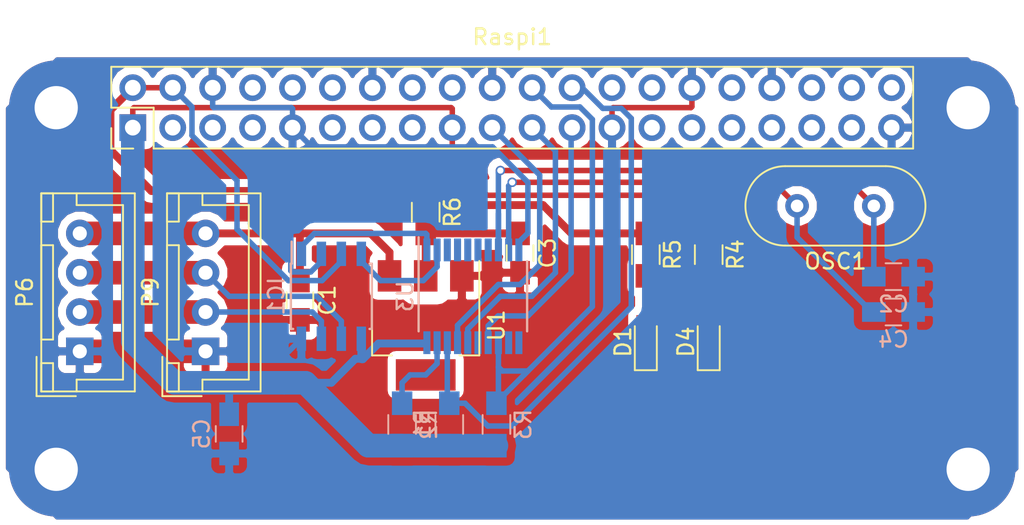
<source format=kicad_pcb>
(kicad_pcb (version 4) (host pcbnew 4.0.5)

  (general
    (links 61)
    (no_connects 0)
    (area 105.074999 97.4286 181.876101 173.1)
    (thickness 1.6)
    (drawings 0)
    (tracks 253)
    (zones 0)
    (modules 20)
    (nets 51)
  )

  (page A4)
  (layers
    (0 F.Cu signal)
    (31 B.Cu signal)
    (32 B.Adhes user)
    (33 F.Adhes user)
    (34 B.Paste user)
    (35 F.Paste user)
    (36 B.SilkS user)
    (37 F.SilkS user)
    (38 B.Mask user)
    (39 F.Mask user)
    (40 Dwgs.User user)
    (41 Cmts.User user)
    (42 Eco1.User user)
    (43 Eco2.User user)
    (44 Edge.Cuts user)
    (45 Margin user)
    (46 B.CrtYd user)
    (47 F.CrtYd user)
    (48 B.Fab user)
    (49 F.Fab user)
  )

  (setup
    (last_trace_width 0.25)
    (user_trace_width 0.25)
    (user_trace_width 0.35)
    (user_trace_width 0.5)
    (user_trace_width 1.5)
    (trace_clearance 0.2)
    (zone_clearance 0.508)
    (zone_45_only no)
    (trace_min 0.2)
    (segment_width 0.2)
    (edge_width 0.15)
    (via_size 0.6)
    (via_drill 0.4)
    (via_min_size 0.4)
    (via_min_drill 0.3)
    (uvia_size 0.3)
    (uvia_drill 0.1)
    (uvias_allowed no)
    (uvia_min_size 0.2)
    (uvia_min_drill 0.1)
    (pcb_text_width 0.3)
    (pcb_text_size 1.5 1.5)
    (mod_edge_width 0.15)
    (mod_text_size 1 1)
    (mod_text_width 0.15)
    (pad_size 6 6)
    (pad_drill 2.75)
    (pad_to_mask_clearance 0.2)
    (aux_axis_origin 0 0)
    (visible_elements FFFFFF7F)
    (pcbplotparams
      (layerselection 0x00030_80000001)
      (usegerberextensions false)
      (excludeedgelayer true)
      (linewidth 0.100000)
      (plotframeref false)
      (viasonmask false)
      (mode 1)
      (useauxorigin false)
      (hpglpennumber 1)
      (hpglpenspeed 20)
      (hpglpendiameter 15)
      (hpglpenoverlay 2)
      (psnegative false)
      (psa4output false)
      (plotreference true)
      (plotvalue true)
      (plotinvisibletext false)
      (padsonsilk false)
      (subtractmaskfromsilk false)
      (outputformat 1)
      (mirror false)
      (drillshape 1)
      (scaleselection 1)
      (outputdirectory ""))
  )

  (net 0 "")
  (net 1 +9V)
  (net 2 GND)
  (net 3 "Net-(C2-Pad1)")
  (net 4 "Net-(C3-Pad1)")
  (net 5 "Net-(C4-Pad1)")
  (net 6 +3V3)
  (net 7 "Net-(D1-Pad2)")
  (net 8 "Net-(D4-Pad2)")
  (net 9 CAN_TX)
  (net 10 +5V)
  (net 11 CAN_RX)
  (net 12 CAN_L)
  (net 13 CAN_H)
  (net 14 SPI_CS0)
  (net 15 "Net-(R2-Pad2)")
  (net 16 INT)
  (net 17 "Net-(Raspi1-Pad3)")
  (net 18 "Net-(Raspi1-Pad5)")
  (net 19 "Net-(Raspi1-Pad7)")
  (net 20 "Net-(Raspi1-Pad8)")
  (net 21 "Net-(Raspi1-Pad10)")
  (net 22 "Net-(Raspi1-Pad11)")
  (net 23 "Net-(Raspi1-Pad12)")
  (net 24 "Net-(Raspi1-Pad13)")
  (net 25 "Net-(Raspi1-Pad15)")
  (net 26 "Net-(Raspi1-Pad16)")
  (net 27 "Net-(Raspi1-Pad18)")
  (net 28 SPI_MOSI)
  (net 29 SPI_MISO)
  (net 30 SPI_CLK)
  (net 31 "Net-(Raspi1-Pad26)")
  (net 32 "Net-(Raspi1-Pad27)")
  (net 33 "Net-(Raspi1-Pad28)")
  (net 34 "Net-(Raspi1-Pad29)")
  (net 35 "Net-(Raspi1-Pad31)")
  (net 36 "Net-(Raspi1-Pad32)")
  (net 37 "Net-(Raspi1-Pad33)")
  (net 38 "Net-(Raspi1-Pad35)")
  (net 39 "Net-(Raspi1-Pad36)")
  (net 40 "Net-(Raspi1-Pad37)")
  (net 41 "Net-(Raspi1-Pad38)")
  (net 42 "Net-(Raspi1-Pad40)")
  (net 43 "Net-(U3-Pad3)")
  (net 44 "Net-(U3-Pad4)")
  (net 45 "Net-(U3-Pad5)")
  (net 46 "Net-(U3-Pad6)")
  (net 47 "Net-(U3-Pad7)")
  (net 48 "Net-(U3-Pad11)")
  (net 49 "Net-(U3-Pad12)")
  (net 50 "Net-(U3-Pad15)")

  (net_class Default "Ceci est la Netclass par défaut"
    (clearance 0.2)
    (trace_width 0.25)
    (via_dia 0.6)
    (via_drill 0.4)
    (uvia_dia 0.3)
    (uvia_drill 0.1)
    (add_net +3V3)
    (add_net +5V)
    (add_net +9V)
    (add_net CAN_H)
    (add_net CAN_L)
    (add_net CAN_RX)
    (add_net CAN_TX)
    (add_net GND)
    (add_net INT)
    (add_net "Net-(C2-Pad1)")
    (add_net "Net-(C4-Pad1)")
    (add_net "Net-(D1-Pad2)")
    (add_net "Net-(D4-Pad2)")
    (add_net "Net-(R2-Pad2)")
    (add_net "Net-(Raspi1-Pad10)")
    (add_net "Net-(Raspi1-Pad11)")
    (add_net "Net-(Raspi1-Pad12)")
    (add_net "Net-(Raspi1-Pad13)")
    (add_net "Net-(Raspi1-Pad15)")
    (add_net "Net-(Raspi1-Pad16)")
    (add_net "Net-(Raspi1-Pad18)")
    (add_net "Net-(Raspi1-Pad26)")
    (add_net "Net-(Raspi1-Pad27)")
    (add_net "Net-(Raspi1-Pad28)")
    (add_net "Net-(Raspi1-Pad29)")
    (add_net "Net-(Raspi1-Pad3)")
    (add_net "Net-(Raspi1-Pad31)")
    (add_net "Net-(Raspi1-Pad32)")
    (add_net "Net-(Raspi1-Pad33)")
    (add_net "Net-(Raspi1-Pad35)")
    (add_net "Net-(Raspi1-Pad36)")
    (add_net "Net-(Raspi1-Pad37)")
    (add_net "Net-(Raspi1-Pad38)")
    (add_net "Net-(Raspi1-Pad40)")
    (add_net "Net-(Raspi1-Pad5)")
    (add_net "Net-(Raspi1-Pad7)")
    (add_net "Net-(Raspi1-Pad8)")
    (add_net "Net-(U3-Pad11)")
    (add_net "Net-(U3-Pad12)")
    (add_net "Net-(U3-Pad15)")
    (add_net "Net-(U3-Pad3)")
    (add_net "Net-(U3-Pad4)")
    (add_net "Net-(U3-Pad5)")
    (add_net "Net-(U3-Pad6)")
    (add_net "Net-(U3-Pad7)")
    (add_net SPI_CLK)
    (add_net SPI_CS0)
    (add_net SPI_MISO)
    (add_net SPI_MOSI)
  )

  (net_class DRC ""
    (clearance 0.65)
    (trace_width 0.5)
    (via_dia 0.6)
    (via_drill 0.4)
    (uvia_dia 0.3)
    (uvia_drill 0.1)
  )

  (net_class Interm ""
    (clearance 0.4)
    (trace_width 0.5)
    (via_dia 0.6)
    (via_drill 0.4)
    (uvia_dia 0.3)
    (uvia_drill 0.1)
  )

  (net_class PWR ""
    (clearance 0.8)
    (trace_width 1.5)
    (via_dia 0.6)
    (via_drill 0.4)
    (uvia_dia 0.3)
    (uvia_drill 0.1)
    (add_net "Net-(C3-Pad1)")
  )

  (net_class Signal ""
    (clearance 0.2)
    (trace_width 0.25)
    (via_dia 0.6)
    (via_drill 0.4)
    (uvia_dia 0.3)
    (uvia_drill 0.1)
  )

  (module TO_SOT_Packages_SMD:SOT-223 (layer F.Cu) (tedit 5883B228) (tstamp 58C41879)
    (at 143 118.85 270)
    (descr "module CMS SOT223 4 pins")
    (tags "CMS SOT")
    (path /589BB45C)
    (attr smd)
    (fp_text reference U1 (at 0 -4.5 270) (layer F.SilkS)
      (effects (font (size 1 1) (thickness 0.15)))
    )
    (fp_text value LD1117S50TR (at 0 4.5 270) (layer F.Fab)
      (effects (font (size 1 1) (thickness 0.15)))
    )
    (fp_line (start -1.85 -2.3) (end -0.8 -3.35) (layer F.Fab) (width 0.1))
    (fp_line (start 1.91 3.41) (end 1.91 2.15) (layer F.SilkS) (width 0.12))
    (fp_line (start 1.91 -3.41) (end 1.91 -2.15) (layer F.SilkS) (width 0.12))
    (fp_line (start 4.4 -3.6) (end -4.4 -3.6) (layer F.CrtYd) (width 0.05))
    (fp_line (start 4.4 3.6) (end 4.4 -3.6) (layer F.CrtYd) (width 0.05))
    (fp_line (start -4.4 3.6) (end 4.4 3.6) (layer F.CrtYd) (width 0.05))
    (fp_line (start -4.4 -3.6) (end -4.4 3.6) (layer F.CrtYd) (width 0.05))
    (fp_line (start -1.85 -2.3) (end -1.85 3.35) (layer F.Fab) (width 0.1))
    (fp_line (start -1.85 3.41) (end 1.91 3.41) (layer F.SilkS) (width 0.12))
    (fp_line (start -0.8 -3.35) (end 1.85 -3.35) (layer F.Fab) (width 0.1))
    (fp_line (start -4.1 -3.41) (end 1.91 -3.41) (layer F.SilkS) (width 0.12))
    (fp_line (start -1.85 3.35) (end 1.85 3.35) (layer F.Fab) (width 0.1))
    (fp_line (start 1.85 -3.35) (end 1.85 3.35) (layer F.Fab) (width 0.1))
    (pad 4 smd rect (at 3.15 0 270) (size 2 3.8) (layers F.Cu F.Paste F.Mask))
    (pad 2 smd rect (at -3.15 0 270) (size 2 1.5) (layers F.Cu F.Paste F.Mask)
      (net 4 "Net-(C3-Pad1)"))
    (pad 3 smd rect (at -3.15 2.3 270) (size 2 1.5) (layers F.Cu F.Paste F.Mask)
      (net 1 +9V))
    (pad 1 smd rect (at -3.15 -2.3 270) (size 2 1.5) (layers F.Cu F.Paste F.Mask)
      (net 2 GND))
    (model TO_SOT_Packages_SMD.3dshapes/SOT-223.wrl
      (at (xyz 0 0 0))
      (scale (xyz 0.4 0.4 0.4))
      (rotate (xyz 0 0 90))
    )
  )

  (module Resistors_SMD:R_0805_HandSoldering (layer B.Cu) (tedit 58AADA1D) (tstamp 58C41829)
    (at 141.5 125.15 90)
    (descr "Resistor SMD 0805, hand soldering")
    (tags "resistor 0805")
    (path /58C42A37)
    (attr smd)
    (fp_text reference R2 (at 0 1.7 90) (layer B.SilkS)
      (effects (font (size 1 1) (thickness 0.15)) (justify mirror))
    )
    (fp_text value 4k7 (at 0 -1.75 90) (layer B.Fab)
      (effects (font (size 1 1) (thickness 0.15)) (justify mirror))
    )
    (fp_text user %R (at 0 1.7 90) (layer B.Fab)
      (effects (font (size 1 1) (thickness 0.15)) (justify mirror))
    )
    (fp_line (start -1 -0.62) (end -1 0.62) (layer B.Fab) (width 0.1))
    (fp_line (start 1 -0.62) (end -1 -0.62) (layer B.Fab) (width 0.1))
    (fp_line (start 1 0.62) (end 1 -0.62) (layer B.Fab) (width 0.1))
    (fp_line (start -1 0.62) (end 1 0.62) (layer B.Fab) (width 0.1))
    (fp_line (start 0.6 -0.88) (end -0.6 -0.88) (layer B.SilkS) (width 0.12))
    (fp_line (start -0.6 0.88) (end 0.6 0.88) (layer B.SilkS) (width 0.12))
    (fp_line (start -2.35 0.9) (end 2.35 0.9) (layer B.CrtYd) (width 0.05))
    (fp_line (start -2.35 0.9) (end -2.35 -0.9) (layer B.CrtYd) (width 0.05))
    (fp_line (start 2.35 -0.9) (end 2.35 0.9) (layer B.CrtYd) (width 0.05))
    (fp_line (start 2.35 -0.9) (end -2.35 -0.9) (layer B.CrtYd) (width 0.05))
    (pad 1 smd rect (at -1.35 0 90) (size 1.5 1.3) (layers B.Cu B.Paste B.Mask)
      (net 6 +3V3))
    (pad 2 smd rect (at 1.35 0 90) (size 1.5 1.3) (layers B.Cu B.Paste B.Mask)
      (net 15 "Net-(R2-Pad2)"))
    (model Resistors_SMD.3dshapes/R_0805.wrl
      (at (xyz 0 0 0))
      (scale (xyz 1 1 1))
      (rotate (xyz 0 0 0))
    )
  )

  (module RaspberryPiShields:RaspberryPi_Zero_Shield (layer F.Cu) (tedit 58C41C89) (tstamp 58C41871)
    (at 148.5011 105.0036)
    (descr "Shield for Raspberry Pi Zero")
    (tags "Through hole pin header THT 2x20 2.54mm double row")
    (path /58C41686)
    (fp_text reference Raspi1 (at 0 -4.5 180) (layer F.SilkS)
      (effects (font (size 1 1) (thickness 0.15)))
    )
    (fp_text value Raspberry_Pi_2_3 (at 0 -6 180) (layer F.Fab)
      (effects (font (size 1 1) (thickness 0.15)))
    )
    (fp_arc (start -29.5 -0.5) (end -32.5 -0.5) (angle 89.9) (layer Dwgs.User) (width 0.15))
    (fp_arc (start -29.5 23.5) (end -29.5 26.5) (angle 90) (layer Dwgs.User) (width 0.15))
    (fp_arc (start 29.5 23.5) (end 32.5 23.5) (angle 90) (layer Dwgs.User) (width 0.15))
    (fp_arc (start 29.5 -0.5) (end 29.5 -3.5) (angle 90) (layer Dwgs.User) (width 0.15))
    (fp_line (start -32.5 23.5) (end -32.5 -0.5) (layer Dwgs.User) (width 0.15))
    (fp_line (start 29.5 26.5) (end -29.5 26.5) (layer Dwgs.User) (width 0.15))
    (fp_line (start 32.5 -0.5) (end 32.5 23.5) (layer Dwgs.User) (width 0.15))
    (fp_line (start -29.5 -3.5) (end 29.5 -3.5) (layer Dwgs.User) (width 0.15))
    (fp_line (start -25.35 2.45) (end 25.35 2.45) (layer F.Fab) (width 0.1))
    (fp_line (start 25.35 2.45) (end 25.35 -2.45) (layer F.Fab) (width 0.1))
    (fp_line (start 25.35 -2.45) (end -25.35 -2.45) (layer F.Fab) (width 0.1))
    (fp_line (start -25.35 -2.45) (end -25.35 2.45) (layer F.Fab) (width 0.1))
    (fp_line (start -22.8 2.6) (end 25.5 2.6) (layer F.SilkS) (width 0.12))
    (fp_line (start 25.5 2.6) (end 25.5 -2.6) (layer F.SilkS) (width 0.12))
    (fp_line (start 25.5 -2.6) (end -25.5 -2.6) (layer F.SilkS) (width 0.12))
    (fp_line (start -25.5 -2.6) (end -25.5 0) (layer F.SilkS) (width 0.12))
    (fp_line (start -25.5 0) (end -22.8 0) (layer F.SilkS) (width 0.12))
    (fp_line (start -22.8 0) (end -22.8 2.6) (layer F.SilkS) (width 0.12))
    (fp_line (start -24.1 2.6) (end -25.5 2.6) (layer F.SilkS) (width 0.12))
    (fp_line (start -25.5 2.6) (end -25.5 1.3) (layer F.SilkS) (width 0.12))
    (pad 1 thru_hole rect (at -24.13 1.27 90) (size 1.7 1.7) (drill 1) (layers *.Cu *.Mask)
      (net 6 +3V3))
    (pad 2 thru_hole oval (at -24.13 -1.27 90) (size 1.7 1.7) (drill 1) (layers *.Cu *.Mask)
      (net 10 +5V))
    (pad 3 thru_hole oval (at -21.59 1.27 90) (size 1.7 1.7) (drill 1) (layers *.Cu *.Mask)
      (net 17 "Net-(Raspi1-Pad3)"))
    (pad 4 thru_hole oval (at -21.59 -1.27 90) (size 1.7 1.7) (drill 1) (layers *.Cu *.Mask)
      (net 10 +5V))
    (pad 5 thru_hole oval (at -19.05 1.27 90) (size 1.7 1.7) (drill 1) (layers *.Cu *.Mask)
      (net 18 "Net-(Raspi1-Pad5)"))
    (pad 6 thru_hole oval (at -19.05 -1.27 90) (size 1.7 1.7) (drill 1) (layers *.Cu *.Mask)
      (net 2 GND))
    (pad 7 thru_hole oval (at -16.51 1.27 90) (size 1.7 1.7) (drill 1) (layers *.Cu *.Mask)
      (net 19 "Net-(Raspi1-Pad7)"))
    (pad 8 thru_hole oval (at -16.51 -1.27 90) (size 1.7 1.7) (drill 1) (layers *.Cu *.Mask)
      (net 20 "Net-(Raspi1-Pad8)"))
    (pad 9 thru_hole oval (at -13.97 1.27 90) (size 1.7 1.7) (drill 1) (layers *.Cu *.Mask)
      (net 2 GND))
    (pad 10 thru_hole oval (at -13.97 -1.27 90) (size 1.7 1.7) (drill 1) (layers *.Cu *.Mask)
      (net 21 "Net-(Raspi1-Pad10)"))
    (pad 11 thru_hole oval (at -11.43 1.27 90) (size 1.7 1.7) (drill 1) (layers *.Cu *.Mask)
      (net 22 "Net-(Raspi1-Pad11)"))
    (pad 12 thru_hole oval (at -11.43 -1.27 90) (size 1.7 1.7) (drill 1) (layers *.Cu *.Mask)
      (net 23 "Net-(Raspi1-Pad12)"))
    (pad 13 thru_hole oval (at -8.89 1.27 90) (size 1.7 1.7) (drill 1) (layers *.Cu *.Mask)
      (net 24 "Net-(Raspi1-Pad13)"))
    (pad 14 thru_hole oval (at -8.89 -1.27 90) (size 1.7 1.7) (drill 1) (layers *.Cu *.Mask)
      (net 2 GND))
    (pad 15 thru_hole oval (at -6.35 1.27 90) (size 1.7 1.7) (drill 1) (layers *.Cu *.Mask)
      (net 25 "Net-(Raspi1-Pad15)"))
    (pad 16 thru_hole oval (at -6.35 -1.27 90) (size 1.7 1.7) (drill 1) (layers *.Cu *.Mask)
      (net 26 "Net-(Raspi1-Pad16)"))
    (pad 17 thru_hole oval (at -3.81 1.27 90) (size 1.7 1.7) (drill 1) (layers *.Cu *.Mask)
      (net 6 +3V3))
    (pad 18 thru_hole oval (at -3.81 -1.27 90) (size 1.7 1.7) (drill 1) (layers *.Cu *.Mask)
      (net 27 "Net-(Raspi1-Pad18)"))
    (pad 19 thru_hole oval (at -1.27 1.27 90) (size 1.7 1.7) (drill 1) (layers *.Cu *.Mask)
      (net 28 SPI_MOSI))
    (pad 20 thru_hole oval (at -1.27 -1.27 90) (size 1.7 1.7) (drill 1) (layers *.Cu *.Mask)
      (net 2 GND))
    (pad 21 thru_hole oval (at 1.27 1.27 90) (size 1.7 1.7) (drill 1) (layers *.Cu *.Mask)
      (net 29 SPI_MISO))
    (pad 22 thru_hole oval (at 1.27 -1.27 90) (size 1.7 1.7) (drill 1) (layers *.Cu *.Mask)
      (net 16 INT))
    (pad 23 thru_hole oval (at 3.81 1.27 90) (size 1.7 1.7) (drill 1) (layers *.Cu *.Mask)
      (net 30 SPI_CLK))
    (pad 24 thru_hole oval (at 3.81 -1.27 90) (size 1.7 1.7) (drill 1) (layers *.Cu *.Mask)
      (net 14 SPI_CS0))
    (pad 25 thru_hole oval (at 6.35 1.27 90) (size 1.7 1.7) (drill 1) (layers *.Cu *.Mask)
      (net 2 GND))
    (pad 26 thru_hole oval (at 6.35 -1.27 90) (size 1.7 1.7) (drill 1) (layers *.Cu *.Mask)
      (net 31 "Net-(Raspi1-Pad26)"))
    (pad 27 thru_hole oval (at 8.89 1.27 90) (size 1.7 1.7) (drill 1) (layers *.Cu *.Mask)
      (net 32 "Net-(Raspi1-Pad27)"))
    (pad 28 thru_hole oval (at 8.89 -1.27 90) (size 1.7 1.7) (drill 1) (layers *.Cu *.Mask)
      (net 33 "Net-(Raspi1-Pad28)"))
    (pad 29 thru_hole oval (at 11.43 1.27 90) (size 1.7 1.7) (drill 1) (layers *.Cu *.Mask)
      (net 34 "Net-(Raspi1-Pad29)"))
    (pad 30 thru_hole oval (at 11.43 -1.27 90) (size 1.7 1.7) (drill 1) (layers *.Cu *.Mask)
      (net 2 GND))
    (pad 31 thru_hole oval (at 13.97 1.27 90) (size 1.7 1.7) (drill 1) (layers *.Cu *.Mask)
      (net 35 "Net-(Raspi1-Pad31)"))
    (pad 32 thru_hole oval (at 13.97 -1.27 90) (size 1.7 1.7) (drill 1) (layers *.Cu *.Mask)
      (net 36 "Net-(Raspi1-Pad32)"))
    (pad 33 thru_hole oval (at 16.51 1.27 90) (size 1.7 1.7) (drill 1) (layers *.Cu *.Mask)
      (net 37 "Net-(Raspi1-Pad33)"))
    (pad 34 thru_hole oval (at 16.51 -1.27 90) (size 1.7 1.7) (drill 1) (layers *.Cu *.Mask)
      (net 2 GND))
    (pad 35 thru_hole oval (at 19.05 1.27 90) (size 1.7 1.7) (drill 1) (layers *.Cu *.Mask)
      (net 38 "Net-(Raspi1-Pad35)"))
    (pad 36 thru_hole oval (at 19.05 -1.27 90) (size 1.7 1.7) (drill 1) (layers *.Cu *.Mask)
      (net 39 "Net-(Raspi1-Pad36)"))
    (pad 37 thru_hole oval (at 21.59 1.27 90) (size 1.7 1.7) (drill 1) (layers *.Cu *.Mask)
      (net 40 "Net-(Raspi1-Pad37)"))
    (pad 38 thru_hole oval (at 21.59 -1.27 90) (size 1.7 1.7) (drill 1) (layers *.Cu *.Mask)
      (net 41 "Net-(Raspi1-Pad38)"))
    (pad 39 thru_hole oval (at 24.13 1.27 90) (size 1.7 1.7) (drill 1) (layers *.Cu *.Mask)
      (net 2 GND))
    (pad 40 thru_hole oval (at 24.13 -1.27 90) (size 1.7 1.7) (drill 1) (layers *.Cu *.Mask)
      (net 42 "Net-(Raspi1-Pad40)"))
    (pad 6 thru_hole circle (at 29 0) (size 6 6) (drill 2.75) (layers *.Cu *.Mask)
      (net 2 GND) (zone_connect 2))
    (pad 6 thru_hole circle (at -29 0) (size 6 6) (drill 2.75) (layers *.Cu *.Mask)
      (net 2 GND) (zone_connect 2))
    (pad 6 thru_hole circle (at -29 23) (size 6 6) (drill 2.75) (layers *.Cu *.Mask)
      (net 2 GND) (zone_connect 2))
    (pad 6 thru_hole circle (at 29 23) (size 6 6) (drill 2.75) (layers *.Cu *.Mask)
      (net 2 GND) (zone_connect 2))
  )

  (module Capacitors_SMD:C_0805_HandSoldering (layer F.Cu) (tedit 58AA84A8) (tstamp 58C417D7)
    (at 135 117.25 270)
    (descr "Capacitor SMD 0805, hand soldering")
    (tags "capacitor 0805")
    (path /589BBCE4)
    (attr smd)
    (fp_text reference C1 (at 0 -1.75 270) (layer F.SilkS)
      (effects (font (size 1 1) (thickness 0.15)))
    )
    (fp_text value 100nF (at 0 1.75 270) (layer F.Fab)
      (effects (font (size 1 1) (thickness 0.15)))
    )
    (fp_text user %R (at 0 -1.75 270) (layer F.Fab)
      (effects (font (size 1 1) (thickness 0.15)))
    )
    (fp_line (start -1 0.62) (end -1 -0.62) (layer F.Fab) (width 0.1))
    (fp_line (start 1 0.62) (end -1 0.62) (layer F.Fab) (width 0.1))
    (fp_line (start 1 -0.62) (end 1 0.62) (layer F.Fab) (width 0.1))
    (fp_line (start -1 -0.62) (end 1 -0.62) (layer F.Fab) (width 0.1))
    (fp_line (start 0.5 -0.85) (end -0.5 -0.85) (layer F.SilkS) (width 0.12))
    (fp_line (start -0.5 0.85) (end 0.5 0.85) (layer F.SilkS) (width 0.12))
    (fp_line (start -2.25 -0.88) (end 2.25 -0.88) (layer F.CrtYd) (width 0.05))
    (fp_line (start -2.25 -0.88) (end -2.25 0.87) (layer F.CrtYd) (width 0.05))
    (fp_line (start 2.25 0.87) (end 2.25 -0.88) (layer F.CrtYd) (width 0.05))
    (fp_line (start 2.25 0.87) (end -2.25 0.87) (layer F.CrtYd) (width 0.05))
    (pad 1 smd rect (at -1.25 0 270) (size 1.5 1.25) (layers F.Cu F.Paste F.Mask)
      (net 1 +9V))
    (pad 2 smd rect (at 1.25 0 270) (size 1.5 1.25) (layers F.Cu F.Paste F.Mask)
      (net 2 GND))
    (model Capacitors_SMD.3dshapes/C_0805.wrl
      (at (xyz 0 0 0))
      (scale (xyz 1 1 1))
      (rotate (xyz 0 0 0))
    )
  )

  (module Capacitors_SMD:C_0805_HandSoldering (layer B.Cu) (tedit 58AA84A8) (tstamp 58C417DD)
    (at 172.75 115.75)
    (descr "Capacitor SMD 0805, hand soldering")
    (tags "capacitor 0805")
    (path /58C442CD)
    (attr smd)
    (fp_text reference C2 (at 0 1.75) (layer B.SilkS)
      (effects (font (size 1 1) (thickness 0.15)) (justify mirror))
    )
    (fp_text value 22pF (at 0 -1.75) (layer B.Fab)
      (effects (font (size 1 1) (thickness 0.15)) (justify mirror))
    )
    (fp_text user %R (at 0 1.75) (layer B.Fab)
      (effects (font (size 1 1) (thickness 0.15)) (justify mirror))
    )
    (fp_line (start -1 -0.62) (end -1 0.62) (layer B.Fab) (width 0.1))
    (fp_line (start 1 -0.62) (end -1 -0.62) (layer B.Fab) (width 0.1))
    (fp_line (start 1 0.62) (end 1 -0.62) (layer B.Fab) (width 0.1))
    (fp_line (start -1 0.62) (end 1 0.62) (layer B.Fab) (width 0.1))
    (fp_line (start 0.5 0.85) (end -0.5 0.85) (layer B.SilkS) (width 0.12))
    (fp_line (start -0.5 -0.85) (end 0.5 -0.85) (layer B.SilkS) (width 0.12))
    (fp_line (start -2.25 0.88) (end 2.25 0.88) (layer B.CrtYd) (width 0.05))
    (fp_line (start -2.25 0.88) (end -2.25 -0.87) (layer B.CrtYd) (width 0.05))
    (fp_line (start 2.25 -0.87) (end 2.25 0.88) (layer B.CrtYd) (width 0.05))
    (fp_line (start 2.25 -0.87) (end -2.25 -0.87) (layer B.CrtYd) (width 0.05))
    (pad 1 smd rect (at -1.25 0) (size 1.5 1.25) (layers B.Cu B.Paste B.Mask)
      (net 3 "Net-(C2-Pad1)"))
    (pad 2 smd rect (at 1.25 0) (size 1.5 1.25) (layers B.Cu B.Paste B.Mask)
      (net 2 GND))
    (model Capacitors_SMD.3dshapes/C_0805.wrl
      (at (xyz 0 0 0))
      (scale (xyz 1 1 1))
      (rotate (xyz 0 0 0))
    )
  )

  (module Capacitors_SMD:C_0805_HandSoldering (layer F.Cu) (tedit 58AA84A8) (tstamp 58C417E3)
    (at 149 114.25 270)
    (descr "Capacitor SMD 0805, hand soldering")
    (tags "capacitor 0805")
    (path /589BBDB2)
    (attr smd)
    (fp_text reference C3 (at 0 -1.75 270) (layer F.SilkS)
      (effects (font (size 1 1) (thickness 0.15)))
    )
    (fp_text value 10uF (at 0 1.75 270) (layer F.Fab)
      (effects (font (size 1 1) (thickness 0.15)))
    )
    (fp_text user %R (at 0 -1.75 270) (layer F.Fab)
      (effects (font (size 1 1) (thickness 0.15)))
    )
    (fp_line (start -1 0.62) (end -1 -0.62) (layer F.Fab) (width 0.1))
    (fp_line (start 1 0.62) (end -1 0.62) (layer F.Fab) (width 0.1))
    (fp_line (start 1 -0.62) (end 1 0.62) (layer F.Fab) (width 0.1))
    (fp_line (start -1 -0.62) (end 1 -0.62) (layer F.Fab) (width 0.1))
    (fp_line (start 0.5 -0.85) (end -0.5 -0.85) (layer F.SilkS) (width 0.12))
    (fp_line (start -0.5 0.85) (end 0.5 0.85) (layer F.SilkS) (width 0.12))
    (fp_line (start -2.25 -0.88) (end 2.25 -0.88) (layer F.CrtYd) (width 0.05))
    (fp_line (start -2.25 -0.88) (end -2.25 0.87) (layer F.CrtYd) (width 0.05))
    (fp_line (start 2.25 0.87) (end 2.25 -0.88) (layer F.CrtYd) (width 0.05))
    (fp_line (start 2.25 0.87) (end -2.25 0.87) (layer F.CrtYd) (width 0.05))
    (pad 1 smd rect (at -1.25 0 270) (size 1.5 1.25) (layers F.Cu F.Paste F.Mask)
      (net 4 "Net-(C3-Pad1)"))
    (pad 2 smd rect (at 1.25 0 270) (size 1.5 1.25) (layers F.Cu F.Paste F.Mask)
      (net 2 GND))
    (model Capacitors_SMD.3dshapes/C_0805.wrl
      (at (xyz 0 0 0))
      (scale (xyz 1 1 1))
      (rotate (xyz 0 0 0))
    )
  )

  (module Capacitors_SMD:C_0805_HandSoldering (layer B.Cu) (tedit 58AA84A8) (tstamp 58C417E9)
    (at 172.75 118)
    (descr "Capacitor SMD 0805, hand soldering")
    (tags "capacitor 0805")
    (path /58C4420D)
    (attr smd)
    (fp_text reference C4 (at 0 1.75) (layer B.SilkS)
      (effects (font (size 1 1) (thickness 0.15)) (justify mirror))
    )
    (fp_text value 22pF (at 0 -1.75) (layer B.Fab)
      (effects (font (size 1 1) (thickness 0.15)) (justify mirror))
    )
    (fp_text user %R (at 0 1.75) (layer B.Fab)
      (effects (font (size 1 1) (thickness 0.15)) (justify mirror))
    )
    (fp_line (start -1 -0.62) (end -1 0.62) (layer B.Fab) (width 0.1))
    (fp_line (start 1 -0.62) (end -1 -0.62) (layer B.Fab) (width 0.1))
    (fp_line (start 1 0.62) (end 1 -0.62) (layer B.Fab) (width 0.1))
    (fp_line (start -1 0.62) (end 1 0.62) (layer B.Fab) (width 0.1))
    (fp_line (start 0.5 0.85) (end -0.5 0.85) (layer B.SilkS) (width 0.12))
    (fp_line (start -0.5 -0.85) (end 0.5 -0.85) (layer B.SilkS) (width 0.12))
    (fp_line (start -2.25 0.88) (end 2.25 0.88) (layer B.CrtYd) (width 0.05))
    (fp_line (start -2.25 0.88) (end -2.25 -0.87) (layer B.CrtYd) (width 0.05))
    (fp_line (start 2.25 -0.87) (end 2.25 0.88) (layer B.CrtYd) (width 0.05))
    (fp_line (start 2.25 -0.87) (end -2.25 -0.87) (layer B.CrtYd) (width 0.05))
    (pad 1 smd rect (at -1.25 0) (size 1.5 1.25) (layers B.Cu B.Paste B.Mask)
      (net 5 "Net-(C4-Pad1)"))
    (pad 2 smd rect (at 1.25 0) (size 1.5 1.25) (layers B.Cu B.Paste B.Mask)
      (net 2 GND))
    (model Capacitors_SMD.3dshapes/C_0805.wrl
      (at (xyz 0 0 0))
      (scale (xyz 1 1 1))
      (rotate (xyz 0 0 0))
    )
  )

  (module Capacitors_SMD:C_0805_HandSoldering (layer B.Cu) (tedit 58AA84A8) (tstamp 58C417EF)
    (at 130.5 125.75 270)
    (descr "Capacitor SMD 0805, hand soldering")
    (tags "capacitor 0805")
    (path /58C4556C)
    (attr smd)
    (fp_text reference C5 (at 0 1.75 270) (layer B.SilkS)
      (effects (font (size 1 1) (thickness 0.15)) (justify mirror))
    )
    (fp_text value C (at 0 -1.75 270) (layer B.Fab)
      (effects (font (size 1 1) (thickness 0.15)) (justify mirror))
    )
    (fp_text user %R (at 0 1.75 270) (layer B.Fab)
      (effects (font (size 1 1) (thickness 0.15)) (justify mirror))
    )
    (fp_line (start -1 -0.62) (end -1 0.62) (layer B.Fab) (width 0.1))
    (fp_line (start 1 -0.62) (end -1 -0.62) (layer B.Fab) (width 0.1))
    (fp_line (start 1 0.62) (end 1 -0.62) (layer B.Fab) (width 0.1))
    (fp_line (start -1 0.62) (end 1 0.62) (layer B.Fab) (width 0.1))
    (fp_line (start 0.5 0.85) (end -0.5 0.85) (layer B.SilkS) (width 0.12))
    (fp_line (start -0.5 -0.85) (end 0.5 -0.85) (layer B.SilkS) (width 0.12))
    (fp_line (start -2.25 0.88) (end 2.25 0.88) (layer B.CrtYd) (width 0.05))
    (fp_line (start -2.25 0.88) (end -2.25 -0.87) (layer B.CrtYd) (width 0.05))
    (fp_line (start 2.25 -0.87) (end 2.25 0.88) (layer B.CrtYd) (width 0.05))
    (fp_line (start 2.25 -0.87) (end -2.25 -0.87) (layer B.CrtYd) (width 0.05))
    (pad 1 smd rect (at -1.25 0 270) (size 1.5 1.25) (layers B.Cu B.Paste B.Mask)
      (net 6 +3V3))
    (pad 2 smd rect (at 1.25 0 270) (size 1.5 1.25) (layers B.Cu B.Paste B.Mask)
      (net 2 GND))
    (model Capacitors_SMD.3dshapes/C_0805.wrl
      (at (xyz 0 0 0))
      (scale (xyz 1 1 1))
      (rotate (xyz 0 0 0))
    )
  )

  (module LEDs:LED_0805 (layer F.Cu) (tedit 57FE93EC) (tstamp 58C417F5)
    (at 157 119.9 90)
    (descr "LED 0805 smd package")
    (tags "LED led 0805 SMD smd SMT smt smdled SMDLED smtled SMTLED")
    (path /58C46040)
    (attr smd)
    (fp_text reference D1 (at 0 -1.45 90) (layer F.SilkS)
      (effects (font (size 1 1) (thickness 0.15)))
    )
    (fp_text value "LED PWR" (at 0 1.55 90) (layer F.Fab)
      (effects (font (size 1 1) (thickness 0.15)))
    )
    (fp_line (start -1.8 -0.7) (end -1.8 0.7) (layer F.SilkS) (width 0.12))
    (fp_line (start -0.4 -0.4) (end -0.4 0.4) (layer F.Fab) (width 0.1))
    (fp_line (start -0.4 0) (end 0.2 -0.4) (layer F.Fab) (width 0.1))
    (fp_line (start 0.2 0.4) (end -0.4 0) (layer F.Fab) (width 0.1))
    (fp_line (start 0.2 -0.4) (end 0.2 0.4) (layer F.Fab) (width 0.1))
    (fp_line (start 1 0.6) (end -1 0.6) (layer F.Fab) (width 0.1))
    (fp_line (start 1 -0.6) (end 1 0.6) (layer F.Fab) (width 0.1))
    (fp_line (start -1 -0.6) (end 1 -0.6) (layer F.Fab) (width 0.1))
    (fp_line (start -1 0.6) (end -1 -0.6) (layer F.Fab) (width 0.1))
    (fp_line (start -1.8 0.7) (end 1 0.7) (layer F.SilkS) (width 0.12))
    (fp_line (start -1.8 -0.7) (end 1 -0.7) (layer F.SilkS) (width 0.12))
    (fp_line (start 1.95 -0.85) (end 1.95 0.85) (layer F.CrtYd) (width 0.05))
    (fp_line (start 1.95 0.85) (end -1.95 0.85) (layer F.CrtYd) (width 0.05))
    (fp_line (start -1.95 0.85) (end -1.95 -0.85) (layer F.CrtYd) (width 0.05))
    (fp_line (start -1.95 -0.85) (end 1.95 -0.85) (layer F.CrtYd) (width 0.05))
    (pad 2 smd rect (at 1.1 0 270) (size 1.2 1.2) (layers F.Cu F.Paste F.Mask)
      (net 7 "Net-(D1-Pad2)"))
    (pad 1 smd rect (at -1.1 0 270) (size 1.2 1.2) (layers F.Cu F.Paste F.Mask)
      (net 2 GND))
    (model LEDs.3dshapes/LED_0805.wrl
      (at (xyz 0 0 0))
      (scale (xyz 1 1 1))
      (rotate (xyz 0 0 180))
    )
  )

  (module LEDs:LED_0805 (layer F.Cu) (tedit 57FE93EC) (tstamp 58C417FB)
    (at 161 119.9 90)
    (descr "LED 0805 smd package")
    (tags "LED led 0805 SMD smd SMT smt smdled SMDLED smtled SMTLED")
    (path /57E2E105)
    (attr smd)
    (fp_text reference D4 (at 0 -1.45 90) (layer F.SilkS)
      (effects (font (size 1 1) (thickness 0.15)))
    )
    (fp_text value "LED PWR" (at 0 1.55 90) (layer F.Fab)
      (effects (font (size 1 1) (thickness 0.15)))
    )
    (fp_line (start -1.8 -0.7) (end -1.8 0.7) (layer F.SilkS) (width 0.12))
    (fp_line (start -0.4 -0.4) (end -0.4 0.4) (layer F.Fab) (width 0.1))
    (fp_line (start -0.4 0) (end 0.2 -0.4) (layer F.Fab) (width 0.1))
    (fp_line (start 0.2 0.4) (end -0.4 0) (layer F.Fab) (width 0.1))
    (fp_line (start 0.2 -0.4) (end 0.2 0.4) (layer F.Fab) (width 0.1))
    (fp_line (start 1 0.6) (end -1 0.6) (layer F.Fab) (width 0.1))
    (fp_line (start 1 -0.6) (end 1 0.6) (layer F.Fab) (width 0.1))
    (fp_line (start -1 -0.6) (end 1 -0.6) (layer F.Fab) (width 0.1))
    (fp_line (start -1 0.6) (end -1 -0.6) (layer F.Fab) (width 0.1))
    (fp_line (start -1.8 0.7) (end 1 0.7) (layer F.SilkS) (width 0.12))
    (fp_line (start -1.8 -0.7) (end 1 -0.7) (layer F.SilkS) (width 0.12))
    (fp_line (start 1.95 -0.85) (end 1.95 0.85) (layer F.CrtYd) (width 0.05))
    (fp_line (start 1.95 0.85) (end -1.95 0.85) (layer F.CrtYd) (width 0.05))
    (fp_line (start -1.95 0.85) (end -1.95 -0.85) (layer F.CrtYd) (width 0.05))
    (fp_line (start -1.95 -0.85) (end 1.95 -0.85) (layer F.CrtYd) (width 0.05))
    (pad 2 smd rect (at 1.1 0 270) (size 1.2 1.2) (layers F.Cu F.Paste F.Mask)
      (net 8 "Net-(D4-Pad2)"))
    (pad 1 smd rect (at -1.1 0 270) (size 1.2 1.2) (layers F.Cu F.Paste F.Mask)
      (net 2 GND))
    (model LEDs.3dshapes/LED_0805.wrl
      (at (xyz 0 0 0))
      (scale (xyz 1 1 1))
      (rotate (xyz 0 0 180))
    )
  )

  (module Housings_SOIC:SOIC-8_3.9x4.9mm_Pitch1.27mm (layer B.Cu) (tedit 54130A77) (tstamp 58C41807)
    (at 137 117 270)
    (descr "8-Lead Plastic Small Outline (SN) - Narrow, 3.90 mm Body [SOIC] (see Microchip Packaging Specification 00000049BS.pdf)")
    (tags "SOIC 1.27")
    (path /57E2DDA2)
    (attr smd)
    (fp_text reference IC1 (at 0 3.5 270) (layer B.SilkS)
      (effects (font (size 1 1) (thickness 0.15)) (justify mirror))
    )
    (fp_text value MCP2562 (at 0 -3.5 270) (layer B.Fab)
      (effects (font (size 1 1) (thickness 0.15)) (justify mirror))
    )
    (fp_line (start -0.95 2.45) (end 1.95 2.45) (layer B.Fab) (width 0.15))
    (fp_line (start 1.95 2.45) (end 1.95 -2.45) (layer B.Fab) (width 0.15))
    (fp_line (start 1.95 -2.45) (end -1.95 -2.45) (layer B.Fab) (width 0.15))
    (fp_line (start -1.95 -2.45) (end -1.95 1.45) (layer B.Fab) (width 0.15))
    (fp_line (start -1.95 1.45) (end -0.95 2.45) (layer B.Fab) (width 0.15))
    (fp_line (start -3.75 2.75) (end -3.75 -2.75) (layer B.CrtYd) (width 0.05))
    (fp_line (start 3.75 2.75) (end 3.75 -2.75) (layer B.CrtYd) (width 0.05))
    (fp_line (start -3.75 2.75) (end 3.75 2.75) (layer B.CrtYd) (width 0.05))
    (fp_line (start -3.75 -2.75) (end 3.75 -2.75) (layer B.CrtYd) (width 0.05))
    (fp_line (start -2.075 2.575) (end -2.075 2.525) (layer B.SilkS) (width 0.15))
    (fp_line (start 2.075 2.575) (end 2.075 2.43) (layer B.SilkS) (width 0.15))
    (fp_line (start 2.075 -2.575) (end 2.075 -2.43) (layer B.SilkS) (width 0.15))
    (fp_line (start -2.075 -2.575) (end -2.075 -2.43) (layer B.SilkS) (width 0.15))
    (fp_line (start -2.075 2.575) (end 2.075 2.575) (layer B.SilkS) (width 0.15))
    (fp_line (start -2.075 -2.575) (end 2.075 -2.575) (layer B.SilkS) (width 0.15))
    (fp_line (start -2.075 2.525) (end -3.475 2.525) (layer B.SilkS) (width 0.15))
    (pad 1 smd rect (at -2.7 1.905 270) (size 1.55 0.6) (layers B.Cu B.Paste B.Mask)
      (net 9 CAN_TX))
    (pad 2 smd rect (at -2.7 0.635 270) (size 1.55 0.6) (layers B.Cu B.Paste B.Mask)
      (net 2 GND))
    (pad 3 smd rect (at -2.7 -0.635 270) (size 1.55 0.6) (layers B.Cu B.Paste B.Mask)
      (net 10 +5V))
    (pad 4 smd rect (at -2.7 -1.905 270) (size 1.55 0.6) (layers B.Cu B.Paste B.Mask)
      (net 11 CAN_RX))
    (pad 5 smd rect (at 2.7 -1.905 270) (size 1.55 0.6) (layers B.Cu B.Paste B.Mask)
      (net 6 +3V3))
    (pad 6 smd rect (at 2.7 -0.635 270) (size 1.55 0.6) (layers B.Cu B.Paste B.Mask)
      (net 12 CAN_L))
    (pad 7 smd rect (at 2.7 0.635 270) (size 1.55 0.6) (layers B.Cu B.Paste B.Mask)
      (net 13 CAN_H))
    (pad 8 smd rect (at 2.7 1.905 270) (size 1.55 0.6) (layers B.Cu B.Paste B.Mask)
      (net 2 GND))
    (model Housings_SOIC.3dshapes/SOIC-8_3.9x4.9mm_Pitch1.27mm.wrl
      (at (xyz 0 0 0))
      (scale (xyz 1 1 1))
      (rotate (xyz 0 0 0))
    )
  )

  (module Crystals:Crystal_HC49-4H_Vertical (layer F.Cu) (tedit 58778B02) (tstamp 58C4180D)
    (at 171.5 111.25 180)
    (descr "Crystal THT HC-49-4H http://5hertz.com/pdfs/04404_D.pdf")
    (tags "THT crystalHC-49-4H")
    (path /58C43E5D)
    (fp_text reference OSC1 (at 2.44 -3.525 180) (layer F.SilkS)
      (effects (font (size 1 1) (thickness 0.15)))
    )
    (fp_text value 16MHz (at 2.44 3.525 180) (layer F.Fab)
      (effects (font (size 1 1) (thickness 0.15)))
    )
    (fp_arc (start -0.76 0) (end -0.76 -2.325) (angle -180) (layer F.Fab) (width 0.1))
    (fp_arc (start 5.64 0) (end 5.64 -2.325) (angle 180) (layer F.Fab) (width 0.1))
    (fp_arc (start -0.56 0) (end -0.56 -2) (angle -180) (layer F.Fab) (width 0.1))
    (fp_arc (start 5.44 0) (end 5.44 -2) (angle 180) (layer F.Fab) (width 0.1))
    (fp_arc (start -0.76 0) (end -0.76 -2.525) (angle -180) (layer F.SilkS) (width 0.12))
    (fp_arc (start 5.64 0) (end 5.64 -2.525) (angle 180) (layer F.SilkS) (width 0.12))
    (fp_line (start -0.76 -2.325) (end 5.64 -2.325) (layer F.Fab) (width 0.1))
    (fp_line (start -0.76 2.325) (end 5.64 2.325) (layer F.Fab) (width 0.1))
    (fp_line (start -0.56 -2) (end 5.44 -2) (layer F.Fab) (width 0.1))
    (fp_line (start -0.56 2) (end 5.44 2) (layer F.Fab) (width 0.1))
    (fp_line (start -0.76 -2.525) (end 5.64 -2.525) (layer F.SilkS) (width 0.12))
    (fp_line (start -0.76 2.525) (end 5.64 2.525) (layer F.SilkS) (width 0.12))
    (fp_line (start -3.6 -2.8) (end -3.6 2.8) (layer F.CrtYd) (width 0.05))
    (fp_line (start -3.6 2.8) (end 8.5 2.8) (layer F.CrtYd) (width 0.05))
    (fp_line (start 8.5 2.8) (end 8.5 -2.8) (layer F.CrtYd) (width 0.05))
    (fp_line (start 8.5 -2.8) (end -3.6 -2.8) (layer F.CrtYd) (width 0.05))
    (pad 1 thru_hole circle (at 0 0 180) (size 1.5 1.5) (drill 0.8) (layers *.Cu *.Mask)
      (net 3 "Net-(C2-Pad1)"))
    (pad 2 thru_hole circle (at 4.88 0 180) (size 1.5 1.5) (drill 0.8) (layers *.Cu *.Mask)
      (net 5 "Net-(C4-Pad1)"))
    (model Crystals.3dshapes/Crystal_HC49-4H_Vertical.wrl
      (at (xyz 0 0 0))
      (scale (xyz 0.393701 0.393701 0.393701))
      (rotate (xyz 0 0 0))
    )
  )

  (module Connectors_JST:JST_XH_B04B-XH-A_04x2.50mm_Straight (layer F.Cu) (tedit 58A23614) (tstamp 58C41815)
    (at 121 120.5 90)
    (descr "JST XH series connector, B04B-XH-A, top entry type, through hole")
    (tags "connector jst xh tht top vertical 2.50mm")
    (path /589A96C0)
    (fp_text reference P6 (at 3.75 -3.5 90) (layer F.SilkS)
      (effects (font (size 1 1) (thickness 0.15)))
    )
    (fp_text value CAN_conn (at 3.75 4.5 90) (layer F.Fab)
      (effects (font (size 1 1) (thickness 0.15)))
    )
    (fp_line (start -2.45 -2.35) (end -2.45 3.4) (layer F.Fab) (width 0.1))
    (fp_line (start -2.45 3.4) (end 9.95 3.4) (layer F.Fab) (width 0.1))
    (fp_line (start 9.95 3.4) (end 9.95 -2.35) (layer F.Fab) (width 0.1))
    (fp_line (start 9.95 -2.35) (end -2.45 -2.35) (layer F.Fab) (width 0.1))
    (fp_line (start -2.95 -2.85) (end -2.95 3.9) (layer F.CrtYd) (width 0.05))
    (fp_line (start -2.95 3.9) (end 10.4 3.9) (layer F.CrtYd) (width 0.05))
    (fp_line (start 10.4 3.9) (end 10.4 -2.85) (layer F.CrtYd) (width 0.05))
    (fp_line (start 10.4 -2.85) (end -2.95 -2.85) (layer F.CrtYd) (width 0.05))
    (fp_line (start -2.55 -2.45) (end -2.55 3.5) (layer F.SilkS) (width 0.12))
    (fp_line (start -2.55 3.5) (end 10.05 3.5) (layer F.SilkS) (width 0.12))
    (fp_line (start 10.05 3.5) (end 10.05 -2.45) (layer F.SilkS) (width 0.12))
    (fp_line (start 10.05 -2.45) (end -2.55 -2.45) (layer F.SilkS) (width 0.12))
    (fp_line (start 0.75 -2.45) (end 0.75 -1.7) (layer F.SilkS) (width 0.12))
    (fp_line (start 0.75 -1.7) (end 6.75 -1.7) (layer F.SilkS) (width 0.12))
    (fp_line (start 6.75 -1.7) (end 6.75 -2.45) (layer F.SilkS) (width 0.12))
    (fp_line (start 6.75 -2.45) (end 0.75 -2.45) (layer F.SilkS) (width 0.12))
    (fp_line (start -2.55 -2.45) (end -2.55 -1.7) (layer F.SilkS) (width 0.12))
    (fp_line (start -2.55 -1.7) (end -0.75 -1.7) (layer F.SilkS) (width 0.12))
    (fp_line (start -0.75 -1.7) (end -0.75 -2.45) (layer F.SilkS) (width 0.12))
    (fp_line (start -0.75 -2.45) (end -2.55 -2.45) (layer F.SilkS) (width 0.12))
    (fp_line (start 8.25 -2.45) (end 8.25 -1.7) (layer F.SilkS) (width 0.12))
    (fp_line (start 8.25 -1.7) (end 10.05 -1.7) (layer F.SilkS) (width 0.12))
    (fp_line (start 10.05 -1.7) (end 10.05 -2.45) (layer F.SilkS) (width 0.12))
    (fp_line (start 10.05 -2.45) (end 8.25 -2.45) (layer F.SilkS) (width 0.12))
    (fp_line (start -2.55 -0.2) (end -1.8 -0.2) (layer F.SilkS) (width 0.12))
    (fp_line (start -1.8 -0.2) (end -1.8 2.75) (layer F.SilkS) (width 0.12))
    (fp_line (start -1.8 2.75) (end 3.75 2.75) (layer F.SilkS) (width 0.12))
    (fp_line (start 10.05 -0.2) (end 9.3 -0.2) (layer F.SilkS) (width 0.12))
    (fp_line (start 9.3 -0.2) (end 9.3 2.75) (layer F.SilkS) (width 0.12))
    (fp_line (start 9.3 2.75) (end 3.75 2.75) (layer F.SilkS) (width 0.12))
    (fp_line (start -0.35 -2.75) (end -2.85 -2.75) (layer F.SilkS) (width 0.12))
    (fp_line (start -2.85 -2.75) (end -2.85 -0.25) (layer F.SilkS) (width 0.12))
    (fp_line (start -0.35 -2.75) (end -2.85 -2.75) (layer F.Fab) (width 0.1))
    (fp_line (start -2.85 -2.75) (end -2.85 -0.25) (layer F.Fab) (width 0.1))
    (fp_text user %R (at 3.75 2.5 90) (layer F.Fab)
      (effects (font (size 1 1) (thickness 0.15)))
    )
    (pad 1 thru_hole rect (at 0 0 90) (size 1.75 1.75) (drill 0.9) (layers *.Cu *.Mask)
      (net 2 GND))
    (pad 2 thru_hole circle (at 2.5 0 90) (size 1.75 1.75) (drill 0.9) (layers *.Cu *.Mask)
      (net 13 CAN_H))
    (pad 3 thru_hole circle (at 5 0 90) (size 1.75 1.75) (drill 0.9) (layers *.Cu *.Mask)
      (net 12 CAN_L))
    (pad 4 thru_hole circle (at 7.5 0 90) (size 1.75 1.75) (drill 0.9) (layers *.Cu *.Mask)
      (net 1 +9V))
    (model Connectors_JST.3dshapes/JST_XH_B04B-XH-A_04x2.50mm_Straight.wrl
      (at (xyz 0 0 0))
      (scale (xyz 1 1 1))
      (rotate (xyz 0 0 0))
    )
  )

  (module Connectors_JST:JST_XH_B04B-XH-A_04x2.50mm_Straight (layer F.Cu) (tedit 58A23614) (tstamp 58C4181D)
    (at 129 120.5 90)
    (descr "JST XH series connector, B04B-XH-A, top entry type, through hole")
    (tags "connector jst xh tht top vertical 2.50mm")
    (path /589A99A9)
    (fp_text reference P9 (at 3.75 -3.5 90) (layer F.SilkS)
      (effects (font (size 1 1) (thickness 0.15)))
    )
    (fp_text value CAN_conn (at 3.75 4.5 90) (layer F.Fab)
      (effects (font (size 1 1) (thickness 0.15)))
    )
    (fp_line (start -2.45 -2.35) (end -2.45 3.4) (layer F.Fab) (width 0.1))
    (fp_line (start -2.45 3.4) (end 9.95 3.4) (layer F.Fab) (width 0.1))
    (fp_line (start 9.95 3.4) (end 9.95 -2.35) (layer F.Fab) (width 0.1))
    (fp_line (start 9.95 -2.35) (end -2.45 -2.35) (layer F.Fab) (width 0.1))
    (fp_line (start -2.95 -2.85) (end -2.95 3.9) (layer F.CrtYd) (width 0.05))
    (fp_line (start -2.95 3.9) (end 10.4 3.9) (layer F.CrtYd) (width 0.05))
    (fp_line (start 10.4 3.9) (end 10.4 -2.85) (layer F.CrtYd) (width 0.05))
    (fp_line (start 10.4 -2.85) (end -2.95 -2.85) (layer F.CrtYd) (width 0.05))
    (fp_line (start -2.55 -2.45) (end -2.55 3.5) (layer F.SilkS) (width 0.12))
    (fp_line (start -2.55 3.5) (end 10.05 3.5) (layer F.SilkS) (width 0.12))
    (fp_line (start 10.05 3.5) (end 10.05 -2.45) (layer F.SilkS) (width 0.12))
    (fp_line (start 10.05 -2.45) (end -2.55 -2.45) (layer F.SilkS) (width 0.12))
    (fp_line (start 0.75 -2.45) (end 0.75 -1.7) (layer F.SilkS) (width 0.12))
    (fp_line (start 0.75 -1.7) (end 6.75 -1.7) (layer F.SilkS) (width 0.12))
    (fp_line (start 6.75 -1.7) (end 6.75 -2.45) (layer F.SilkS) (width 0.12))
    (fp_line (start 6.75 -2.45) (end 0.75 -2.45) (layer F.SilkS) (width 0.12))
    (fp_line (start -2.55 -2.45) (end -2.55 -1.7) (layer F.SilkS) (width 0.12))
    (fp_line (start -2.55 -1.7) (end -0.75 -1.7) (layer F.SilkS) (width 0.12))
    (fp_line (start -0.75 -1.7) (end -0.75 -2.45) (layer F.SilkS) (width 0.12))
    (fp_line (start -0.75 -2.45) (end -2.55 -2.45) (layer F.SilkS) (width 0.12))
    (fp_line (start 8.25 -2.45) (end 8.25 -1.7) (layer F.SilkS) (width 0.12))
    (fp_line (start 8.25 -1.7) (end 10.05 -1.7) (layer F.SilkS) (width 0.12))
    (fp_line (start 10.05 -1.7) (end 10.05 -2.45) (layer F.SilkS) (width 0.12))
    (fp_line (start 10.05 -2.45) (end 8.25 -2.45) (layer F.SilkS) (width 0.12))
    (fp_line (start -2.55 -0.2) (end -1.8 -0.2) (layer F.SilkS) (width 0.12))
    (fp_line (start -1.8 -0.2) (end -1.8 2.75) (layer F.SilkS) (width 0.12))
    (fp_line (start -1.8 2.75) (end 3.75 2.75) (layer F.SilkS) (width 0.12))
    (fp_line (start 10.05 -0.2) (end 9.3 -0.2) (layer F.SilkS) (width 0.12))
    (fp_line (start 9.3 -0.2) (end 9.3 2.75) (layer F.SilkS) (width 0.12))
    (fp_line (start 9.3 2.75) (end 3.75 2.75) (layer F.SilkS) (width 0.12))
    (fp_line (start -0.35 -2.75) (end -2.85 -2.75) (layer F.SilkS) (width 0.12))
    (fp_line (start -2.85 -2.75) (end -2.85 -0.25) (layer F.SilkS) (width 0.12))
    (fp_line (start -0.35 -2.75) (end -2.85 -2.75) (layer F.Fab) (width 0.1))
    (fp_line (start -2.85 -2.75) (end -2.85 -0.25) (layer F.Fab) (width 0.1))
    (fp_text user %R (at 3.75 2.5 90) (layer F.Fab)
      (effects (font (size 1 1) (thickness 0.15)))
    )
    (pad 1 thru_hole rect (at 0 0 90) (size 1.75 1.75) (drill 0.9) (layers *.Cu *.Mask)
      (net 2 GND))
    (pad 2 thru_hole circle (at 2.5 0 90) (size 1.75 1.75) (drill 0.9) (layers *.Cu *.Mask)
      (net 13 CAN_H))
    (pad 3 thru_hole circle (at 5 0 90) (size 1.75 1.75) (drill 0.9) (layers *.Cu *.Mask)
      (net 12 CAN_L))
    (pad 4 thru_hole circle (at 7.5 0 90) (size 1.75 1.75) (drill 0.9) (layers *.Cu *.Mask)
      (net 1 +9V))
    (model Connectors_JST.3dshapes/JST_XH_B04B-XH-A_04x2.50mm_Straight.wrl
      (at (xyz 0 0 0))
      (scale (xyz 1 1 1))
      (rotate (xyz 0 0 0))
    )
  )

  (module Resistors_SMD:R_0805_HandSoldering (layer B.Cu) (tedit 58AADA1D) (tstamp 58C41823)
    (at 144.5 125.15 270)
    (descr "Resistor SMD 0805, hand soldering")
    (tags "resistor 0805")
    (path /58C44BB0)
    (attr smd)
    (fp_text reference R1 (at 0 1.7 270) (layer B.SilkS)
      (effects (font (size 1 1) (thickness 0.15)) (justify mirror))
    )
    (fp_text value 4k7 (at 0 -1.75 270) (layer B.Fab)
      (effects (font (size 1 1) (thickness 0.15)) (justify mirror))
    )
    (fp_text user %R (at 0 1.7 270) (layer B.Fab)
      (effects (font (size 1 1) (thickness 0.15)) (justify mirror))
    )
    (fp_line (start -1 -0.62) (end -1 0.62) (layer B.Fab) (width 0.1))
    (fp_line (start 1 -0.62) (end -1 -0.62) (layer B.Fab) (width 0.1))
    (fp_line (start 1 0.62) (end 1 -0.62) (layer B.Fab) (width 0.1))
    (fp_line (start -1 0.62) (end 1 0.62) (layer B.Fab) (width 0.1))
    (fp_line (start 0.6 -0.88) (end -0.6 -0.88) (layer B.SilkS) (width 0.12))
    (fp_line (start -0.6 0.88) (end 0.6 0.88) (layer B.SilkS) (width 0.12))
    (fp_line (start -2.35 0.9) (end 2.35 0.9) (layer B.CrtYd) (width 0.05))
    (fp_line (start -2.35 0.9) (end -2.35 -0.9) (layer B.CrtYd) (width 0.05))
    (fp_line (start 2.35 -0.9) (end 2.35 0.9) (layer B.CrtYd) (width 0.05))
    (fp_line (start 2.35 -0.9) (end -2.35 -0.9) (layer B.CrtYd) (width 0.05))
    (pad 1 smd rect (at -1.35 0 270) (size 1.5 1.3) (layers B.Cu B.Paste B.Mask)
      (net 14 SPI_CS0))
    (pad 2 smd rect (at 1.35 0 270) (size 1.5 1.3) (layers B.Cu B.Paste B.Mask)
      (net 6 +3V3))
    (model Resistors_SMD.3dshapes/R_0805.wrl
      (at (xyz 0 0 0))
      (scale (xyz 1 1 1))
      (rotate (xyz 0 0 0))
    )
  )

  (module Resistors_SMD:R_0805_HandSoldering (layer B.Cu) (tedit 58AADA1D) (tstamp 58C4182F)
    (at 147.5 125.15 90)
    (descr "Resistor SMD 0805, hand soldering")
    (tags "resistor 0805")
    (path /58C42FD0)
    (attr smd)
    (fp_text reference R3 (at 0 1.7 90) (layer B.SilkS)
      (effects (font (size 1 1) (thickness 0.15)) (justify mirror))
    )
    (fp_text value 4k7 (at 0 -1.75 90) (layer B.Fab)
      (effects (font (size 1 1) (thickness 0.15)) (justify mirror))
    )
    (fp_text user %R (at 0 1.7 90) (layer B.Fab)
      (effects (font (size 1 1) (thickness 0.15)) (justify mirror))
    )
    (fp_line (start -1 -0.62) (end -1 0.62) (layer B.Fab) (width 0.1))
    (fp_line (start 1 -0.62) (end -1 -0.62) (layer B.Fab) (width 0.1))
    (fp_line (start 1 0.62) (end 1 -0.62) (layer B.Fab) (width 0.1))
    (fp_line (start -1 0.62) (end 1 0.62) (layer B.Fab) (width 0.1))
    (fp_line (start 0.6 -0.88) (end -0.6 -0.88) (layer B.SilkS) (width 0.12))
    (fp_line (start -0.6 0.88) (end 0.6 0.88) (layer B.SilkS) (width 0.12))
    (fp_line (start -2.35 0.9) (end 2.35 0.9) (layer B.CrtYd) (width 0.05))
    (fp_line (start -2.35 0.9) (end -2.35 -0.9) (layer B.CrtYd) (width 0.05))
    (fp_line (start 2.35 -0.9) (end 2.35 0.9) (layer B.CrtYd) (width 0.05))
    (fp_line (start 2.35 -0.9) (end -2.35 -0.9) (layer B.CrtYd) (width 0.05))
    (pad 1 smd rect (at -1.35 0 90) (size 1.5 1.3) (layers B.Cu B.Paste B.Mask)
      (net 6 +3V3))
    (pad 2 smd rect (at 1.35 0 90) (size 1.5 1.3) (layers B.Cu B.Paste B.Mask)
      (net 16 INT))
    (model Resistors_SMD.3dshapes/R_0805.wrl
      (at (xyz 0 0 0))
      (scale (xyz 1 1 1))
      (rotate (xyz 0 0 0))
    )
  )

  (module Resistors_SMD:R_0805_HandSoldering (layer F.Cu) (tedit 58AADA1D) (tstamp 58C41835)
    (at 161 114.35 270)
    (descr "Resistor SMD 0805, hand soldering")
    (tags "resistor 0805")
    (path /57E2E0FF)
    (attr smd)
    (fp_text reference R4 (at 0 -1.7 270) (layer F.SilkS)
      (effects (font (size 1 1) (thickness 0.15)))
    )
    (fp_text value R (at 0 1.75 270) (layer F.Fab)
      (effects (font (size 1 1) (thickness 0.15)))
    )
    (fp_text user %R (at 0 -1.7 270) (layer F.Fab)
      (effects (font (size 1 1) (thickness 0.15)))
    )
    (fp_line (start -1 0.62) (end -1 -0.62) (layer F.Fab) (width 0.1))
    (fp_line (start 1 0.62) (end -1 0.62) (layer F.Fab) (width 0.1))
    (fp_line (start 1 -0.62) (end 1 0.62) (layer F.Fab) (width 0.1))
    (fp_line (start -1 -0.62) (end 1 -0.62) (layer F.Fab) (width 0.1))
    (fp_line (start 0.6 0.88) (end -0.6 0.88) (layer F.SilkS) (width 0.12))
    (fp_line (start -0.6 -0.88) (end 0.6 -0.88) (layer F.SilkS) (width 0.12))
    (fp_line (start -2.35 -0.9) (end 2.35 -0.9) (layer F.CrtYd) (width 0.05))
    (fp_line (start -2.35 -0.9) (end -2.35 0.9) (layer F.CrtYd) (width 0.05))
    (fp_line (start 2.35 0.9) (end 2.35 -0.9) (layer F.CrtYd) (width 0.05))
    (fp_line (start 2.35 0.9) (end -2.35 0.9) (layer F.CrtYd) (width 0.05))
    (pad 1 smd rect (at -1.35 0 270) (size 1.5 1.3) (layers F.Cu F.Paste F.Mask)
      (net 6 +3V3))
    (pad 2 smd rect (at 1.35 0 270) (size 1.5 1.3) (layers F.Cu F.Paste F.Mask)
      (net 8 "Net-(D4-Pad2)"))
    (model Resistors_SMD.3dshapes/R_0805.wrl
      (at (xyz 0 0 0))
      (scale (xyz 1 1 1))
      (rotate (xyz 0 0 0))
    )
  )

  (module Resistors_SMD:R_0805_HandSoldering (layer F.Cu) (tedit 58AADA1D) (tstamp 58C4183B)
    (at 157 114.35 270)
    (descr "Resistor SMD 0805, hand soldering")
    (tags "resistor 0805")
    (path /58C4603A)
    (attr smd)
    (fp_text reference R5 (at 0 -1.7 270) (layer F.SilkS)
      (effects (font (size 1 1) (thickness 0.15)))
    )
    (fp_text value R (at 0 1.75 270) (layer F.Fab)
      (effects (font (size 1 1) (thickness 0.15)))
    )
    (fp_text user %R (at 0 -1.7 270) (layer F.Fab)
      (effects (font (size 1 1) (thickness 0.15)))
    )
    (fp_line (start -1 0.62) (end -1 -0.62) (layer F.Fab) (width 0.1))
    (fp_line (start 1 0.62) (end -1 0.62) (layer F.Fab) (width 0.1))
    (fp_line (start 1 -0.62) (end 1 0.62) (layer F.Fab) (width 0.1))
    (fp_line (start -1 -0.62) (end 1 -0.62) (layer F.Fab) (width 0.1))
    (fp_line (start 0.6 0.88) (end -0.6 0.88) (layer F.SilkS) (width 0.12))
    (fp_line (start -0.6 -0.88) (end 0.6 -0.88) (layer F.SilkS) (width 0.12))
    (fp_line (start -2.35 -0.9) (end 2.35 -0.9) (layer F.CrtYd) (width 0.05))
    (fp_line (start -2.35 -0.9) (end -2.35 0.9) (layer F.CrtYd) (width 0.05))
    (fp_line (start 2.35 0.9) (end 2.35 -0.9) (layer F.CrtYd) (width 0.05))
    (fp_line (start 2.35 0.9) (end -2.35 0.9) (layer F.CrtYd) (width 0.05))
    (pad 1 smd rect (at -1.35 0 270) (size 1.5 1.3) (layers F.Cu F.Paste F.Mask)
      (net 10 +5V))
    (pad 2 smd rect (at 1.35 0 270) (size 1.5 1.3) (layers F.Cu F.Paste F.Mask)
      (net 7 "Net-(D1-Pad2)"))
    (model Resistors_SMD.3dshapes/R_0805.wrl
      (at (xyz 0 0 0))
      (scale (xyz 1 1 1))
      (rotate (xyz 0 0 0))
    )
  )

  (module Resistors_SMD:R_0805_HandSoldering (layer F.Cu) (tedit 58AADA1D) (tstamp 58C41841)
    (at 143 111.65 270)
    (descr "Resistor SMD 0805, hand soldering")
    (tags "resistor 0805")
    (path /58C4780E)
    (attr smd)
    (fp_text reference R6 (at 0 -1.7 270) (layer F.SilkS)
      (effects (font (size 1 1) (thickness 0.15)))
    )
    (fp_text value 0 (at 0 1.75 270) (layer F.Fab)
      (effects (font (size 1 1) (thickness 0.15)))
    )
    (fp_text user %R (at 0 -1.7 270) (layer F.Fab)
      (effects (font (size 1 1) (thickness 0.15)))
    )
    (fp_line (start -1 0.62) (end -1 -0.62) (layer F.Fab) (width 0.1))
    (fp_line (start 1 0.62) (end -1 0.62) (layer F.Fab) (width 0.1))
    (fp_line (start 1 -0.62) (end 1 0.62) (layer F.Fab) (width 0.1))
    (fp_line (start -1 -0.62) (end 1 -0.62) (layer F.Fab) (width 0.1))
    (fp_line (start 0.6 0.88) (end -0.6 0.88) (layer F.SilkS) (width 0.12))
    (fp_line (start -0.6 -0.88) (end 0.6 -0.88) (layer F.SilkS) (width 0.12))
    (fp_line (start -2.35 -0.9) (end 2.35 -0.9) (layer F.CrtYd) (width 0.05))
    (fp_line (start -2.35 -0.9) (end -2.35 0.9) (layer F.CrtYd) (width 0.05))
    (fp_line (start 2.35 0.9) (end 2.35 -0.9) (layer F.CrtYd) (width 0.05))
    (fp_line (start 2.35 0.9) (end -2.35 0.9) (layer F.CrtYd) (width 0.05))
    (pad 1 smd rect (at -1.35 0 270) (size 1.5 1.3) (layers F.Cu F.Paste F.Mask)
      (net 10 +5V))
    (pad 2 smd rect (at 1.35 0 270) (size 1.5 1.3) (layers F.Cu F.Paste F.Mask)
      (net 4 "Net-(C3-Pad1)"))
    (model Resistors_SMD.3dshapes/R_0805.wrl
      (at (xyz 0 0 0))
      (scale (xyz 1 1 1))
      (rotate (xyz 0 0 0))
    )
  )

  (module Housings_SSOP:TSSOP-20_4.4x6.5mm_Pitch0.65mm (layer B.Cu) (tedit 54130A77) (tstamp 58C41891)
    (at 146 117 270)
    (descr "20-Lead Plastic Thin Shrink Small Outline (ST)-4.4 mm Body [TSSOP] (see Microchip Packaging Specification 00000049BS.pdf)")
    (tags "SSOP 0.65")
    (path /58C4292B)
    (attr smd)
    (fp_text reference U3 (at 0 4.3 270) (layer B.SilkS)
      (effects (font (size 1 1) (thickness 0.15)) (justify mirror))
    )
    (fp_text value MCP2515-E/ST (at 0 -4.3 270) (layer B.Fab)
      (effects (font (size 1 1) (thickness 0.15)) (justify mirror))
    )
    (fp_line (start -1.2 3.25) (end 2.2 3.25) (layer B.Fab) (width 0.15))
    (fp_line (start 2.2 3.25) (end 2.2 -3.25) (layer B.Fab) (width 0.15))
    (fp_line (start 2.2 -3.25) (end -2.2 -3.25) (layer B.Fab) (width 0.15))
    (fp_line (start -2.2 -3.25) (end -2.2 2.25) (layer B.Fab) (width 0.15))
    (fp_line (start -2.2 2.25) (end -1.2 3.25) (layer B.Fab) (width 0.15))
    (fp_line (start -3.95 3.55) (end -3.95 -3.55) (layer B.CrtYd) (width 0.05))
    (fp_line (start 3.95 3.55) (end 3.95 -3.55) (layer B.CrtYd) (width 0.05))
    (fp_line (start -3.95 3.55) (end 3.95 3.55) (layer B.CrtYd) (width 0.05))
    (fp_line (start -3.95 -3.55) (end 3.95 -3.55) (layer B.CrtYd) (width 0.05))
    (fp_line (start -2.225 -3.45) (end 2.225 -3.45) (layer B.SilkS) (width 0.15))
    (fp_line (start -3.75 3.45) (end 2.225 3.45) (layer B.SilkS) (width 0.15))
    (pad 1 smd rect (at -2.95 2.925 270) (size 1.45 0.45) (layers B.Cu B.Paste B.Mask)
      (net 9 CAN_TX))
    (pad 2 smd rect (at -2.95 2.275 270) (size 1.45 0.45) (layers B.Cu B.Paste B.Mask)
      (net 11 CAN_RX))
    (pad 3 smd rect (at -2.95 1.625 270) (size 1.45 0.45) (layers B.Cu B.Paste B.Mask)
      (net 43 "Net-(U3-Pad3)"))
    (pad 4 smd rect (at -2.95 0.975 270) (size 1.45 0.45) (layers B.Cu B.Paste B.Mask)
      (net 44 "Net-(U3-Pad4)"))
    (pad 5 smd rect (at -2.95 0.325 270) (size 1.45 0.45) (layers B.Cu B.Paste B.Mask)
      (net 45 "Net-(U3-Pad5)"))
    (pad 6 smd rect (at -2.95 -0.325 270) (size 1.45 0.45) (layers B.Cu B.Paste B.Mask)
      (net 46 "Net-(U3-Pad6)"))
    (pad 7 smd rect (at -2.95 -0.975 270) (size 1.45 0.45) (layers B.Cu B.Paste B.Mask)
      (net 47 "Net-(U3-Pad7)"))
    (pad 8 smd rect (at -2.95 -1.625 270) (size 1.45 0.45) (layers B.Cu B.Paste B.Mask)
      (net 3 "Net-(C2-Pad1)"))
    (pad 9 smd rect (at -2.95 -2.275 270) (size 1.45 0.45) (layers B.Cu B.Paste B.Mask)
      (net 5 "Net-(C4-Pad1)"))
    (pad 10 smd rect (at -2.95 -2.925 270) (size 1.45 0.45) (layers B.Cu B.Paste B.Mask)
      (net 2 GND))
    (pad 11 smd rect (at 2.95 -2.925 270) (size 1.45 0.45) (layers B.Cu B.Paste B.Mask)
      (net 48 "Net-(U3-Pad11)"))
    (pad 12 smd rect (at 2.95 -2.275 270) (size 1.45 0.45) (layers B.Cu B.Paste B.Mask)
      (net 49 "Net-(U3-Pad12)"))
    (pad 13 smd rect (at 2.95 -1.625 270) (size 1.45 0.45) (layers B.Cu B.Paste B.Mask)
      (net 16 INT))
    (pad 14 smd rect (at 2.95 -0.975 270) (size 1.45 0.45) (layers B.Cu B.Paste B.Mask)
      (net 30 SPI_CLK))
    (pad 15 smd rect (at 2.95 -0.325 270) (size 1.45 0.45) (layers B.Cu B.Paste B.Mask)
      (net 50 "Net-(U3-Pad15)"))
    (pad 16 smd rect (at 2.95 0.325 270) (size 1.45 0.45) (layers B.Cu B.Paste B.Mask)
      (net 29 SPI_MISO))
    (pad 17 smd rect (at 2.95 0.975 270) (size 1.45 0.45) (layers B.Cu B.Paste B.Mask)
      (net 28 SPI_MOSI))
    (pad 18 smd rect (at 2.95 1.625 270) (size 1.45 0.45) (layers B.Cu B.Paste B.Mask)
      (net 14 SPI_CS0))
    (pad 19 smd rect (at 2.95 2.275 270) (size 1.45 0.45) (layers B.Cu B.Paste B.Mask)
      (net 15 "Net-(R2-Pad2)"))
    (pad 20 smd rect (at 2.95 2.925 270) (size 1.45 0.45) (layers B.Cu B.Paste B.Mask)
      (net 6 +3V3))
    (model Housings_SSOP.3dshapes/TSSOP-20_4.4x6.5mm_Pitch0.65mm.wrl
      (at (xyz 0 0 0))
      (scale (xyz 1 1 1))
      (rotate (xyz 0 0 0))
    )
  )

  (segment (start 135 113) (end 139.5 113) (width 0.5) (layer F.Cu) (net 1))
  (segment (start 139.5 113) (end 140.7 114.2) (width 0.5) (layer F.Cu) (net 1))
  (segment (start 129 113) (end 135 113) (width 0.5) (layer F.Cu) (net 1) (status 10))
  (segment (start 140.7 115.7) (end 140.7 114.2) (width 0.5) (layer F.Cu) (net 1) (status 10))
  (segment (start 135 116) (end 135 113) (width 0.5) (layer F.Cu) (net 1) (status 10))
  (segment (start 121 113) (end 129 113) (width 1.5) (layer F.Cu) (net 1) (status 30))
  (segment (start 180.501099 115.75) (end 180.501099 115) (width 0.25) (layer B.Cu) (net 2))
  (segment (start 180.501099 120) (end 180.501099 115.75) (width 0.25) (layer B.Cu) (net 2))
  (segment (start 180.501099 115.75) (end 174 115.75) (width 0.25) (layer B.Cu) (net 2))
  (segment (start 174 115.75) (end 174 118) (width 0.35) (layer B.Cu) (net 2))
  (segment (start 148.925 113.55) (end 148.925 114.05) (width 0.35) (layer B.Cu) (net 2))
  (segment (start 149.5 112.975) (end 148.925 113.55) (width 0.35) (layer B.Cu) (net 2))
  (segment (start 149.5 109.750996) (end 149.5 112.975) (width 0.35) (layer B.Cu) (net 2))
  (segment (start 147.247605 107.498601) (end 149.5 109.750996) (width 0.35) (layer B.Cu) (net 2))
  (segment (start 135.756101 107.498601) (end 147.247605 107.498601) (width 0.35) (layer B.Cu) (net 2))
  (segment (start 134.5311 106.2736) (end 135.756101 107.498601) (width 0.35) (layer B.Cu) (net 2))
  (segment (start 144.5 118.5) (end 148.5 118.5) (width 0.5) (layer F.Cu) (net 2))
  (segment (start 134.5311 108.4689) (end 134.5311 106.2736) (width 0.35) (layer B.Cu) (net 2) (status 20))
  (segment (start 134.419999 108.580001) (end 134.5311 108.4689) (width 0.35) (layer B.Cu) (net 2))
  (segment (start 134.494999 115.450001) (end 134.419999 115.375001) (width 0.35) (layer B.Cu) (net 2))
  (segment (start 134.419999 115.375001) (end 134.419999 108.580001) (width 0.35) (layer B.Cu) (net 2))
  (segment (start 134.494999 115.450001) (end 135.689999 115.450001) (width 0.35) (layer B.Cu) (net 2))
  (segment (start 136.365 114.775) (end 136.365 114.3) (width 0.35) (layer B.Cu) (net 2) (status 30))
  (segment (start 135.689999 115.450001) (end 136.365 114.775) (width 0.35) (layer B.Cu) (net 2) (status 20))
  (segment (start 154.8511 106.2736) (end 154.8511 105.071519) (width 0.35) (layer F.Cu) (net 2) (status 10))
  (segment (start 154.8511 105.071519) (end 154.922619 105) (width 0.35) (layer F.Cu) (net 2))
  (segment (start 154.922619 105) (end 159.866781 105) (width 0.35) (layer F.Cu) (net 2))
  (segment (start 159.866781 105) (end 159.9311 104.935681) (width 0.35) (layer F.Cu) (net 2))
  (segment (start 159.9311 104.935681) (end 159.9311 103.7336) (width 0.35) (layer F.Cu) (net 2) (status 20))
  (segment (start 180.501099 125.003601) (end 180.501099 120) (width 0.25) (layer B.Cu) (net 2))
  (segment (start 180.501099 115) (end 180.501099 108.003599) (width 0.25) (layer B.Cu) (net 2))
  (segment (start 130.5 131.003599) (end 174.501101 131.003599) (width 0.25) (layer B.Cu) (net 2))
  (segment (start 134.5311 106.2736) (end 134.5311 105.071519) (width 0.35) (layer B.Cu) (net 2) (status 10))
  (segment (start 134.5311 105.071519) (end 134.459581 105) (width 0.35) (layer B.Cu) (net 2))
  (segment (start 129.515419 105) (end 129.4511 104.935681) (width 0.35) (layer B.Cu) (net 2))
  (segment (start 134.459581 105) (end 129.515419 105) (width 0.35) (layer B.Cu) (net 2))
  (segment (start 129.4511 104.935681) (end 129.4511 103.7336) (width 0.35) (layer B.Cu) (net 2) (status 20))
  (segment (start 148.5 118.5) (end 149 118) (width 0.5) (layer F.Cu) (net 2))
  (segment (start 149 118) (end 149 115.5) (width 0.5) (layer F.Cu) (net 2) (status 20))
  (segment (start 145.3 117.7) (end 144.5 118.5) (width 0.5) (layer F.Cu) (net 2))
  (segment (start 144.5 118.5) (end 135 118.5) (width 0.5) (layer F.Cu) (net 2) (status 20))
  (segment (start 145.3 115.7) (end 145.3 117.7) (width 0.5) (layer F.Cu) (net 2) (status 10))
  (segment (start 134.5 120.5) (end 135 120) (width 0.35) (layer F.Cu) (net 2))
  (segment (start 135 120) (end 135 118.5) (width 0.35) (layer F.Cu) (net 2) (status 20))
  (segment (start 129 120.5) (end 134.5 120.5) (width 0.35) (layer F.Cu) (net 2) (status 10))
  (segment (start 122.501099 131.003599) (end 130.5 131.003599) (width 0.25) (layer B.Cu) (net 2))
  (segment (start 130.5 127) (end 130.5 131.003599) (width 0.25) (layer B.Cu) (net 2) (status 10))
  (segment (start 172.6311 106.2736) (end 176.2311 106.2736) (width 0.25) (layer B.Cu) (net 2) (status 30))
  (segment (start 176.2311 106.2736) (end 177.5011 105.0036) (width 0.25) (layer B.Cu) (net 2) (status 30))
  (segment (start 165 102.003601) (end 160 102.003601) (width 0.25) (layer B.Cu) (net 2))
  (segment (start 174.501101 102.003601) (end 165 102.003601) (width 0.25) (layer B.Cu) (net 2))
  (segment (start 165 102.003601) (end 165.0111 102.014701) (width 0.25) (layer B.Cu) (net 2))
  (segment (start 165.0111 102.014701) (end 165.0111 103.7336) (width 0.25) (layer B.Cu) (net 2) (status 20))
  (segment (start 160 102.003601) (end 147.4 102.003601) (width 0.25) (layer B.Cu) (net 2))
  (segment (start 160 102.003601) (end 159.9311 102.072501) (width 0.25) (layer B.Cu) (net 2))
  (segment (start 159.9311 102.072501) (end 159.9311 103.7336) (width 0.25) (layer B.Cu) (net 2) (status 20))
  (segment (start 147.4 102.003601) (end 139.5 102.003601) (width 0.25) (layer B.Cu) (net 2))
  (segment (start 147.2311 102.172501) (end 147.2311 103.7336) (width 0.25) (layer B.Cu) (net 2) (status 20))
  (segment (start 147.4 102.003601) (end 147.2311 102.172501) (width 0.25) (layer B.Cu) (net 2))
  (segment (start 139.5 102.003601) (end 129.4 102.003601) (width 0.25) (layer B.Cu) (net 2))
  (segment (start 139.5 102.003601) (end 139.6111 102.114701) (width 0.25) (layer B.Cu) (net 2))
  (segment (start 139.6111 102.114701) (end 139.6111 103.7336) (width 0.25) (layer B.Cu) (net 2) (status 20))
  (segment (start 129.4 102.003601) (end 122.501099 102.003601) (width 0.25) (layer B.Cu) (net 2))
  (segment (start 129.4 102.003601) (end 129.4511 102.054701) (width 0.25) (layer B.Cu) (net 2))
  (segment (start 129.4511 102.054701) (end 129.4511 103.7336) (width 0.25) (layer B.Cu) (net 2) (status 20))
  (segment (start 177.5011 105.0036) (end 174.501101 102.003601) (width 0.25) (layer B.Cu) (net 2) (status 10))
  (segment (start 122.501099 102.003601) (end 119.5011 105.0036) (width 0.25) (layer B.Cu) (net 2) (status 20))
  (segment (start 177.5011 128.0036) (end 180.501099 125.003601) (width 0.25) (layer B.Cu) (net 2) (status 10))
  (segment (start 180.501099 108.003599) (end 177.5011 105.0036) (width 0.25) (layer B.Cu) (net 2) (status 20))
  (segment (start 119.5011 128.0036) (end 122.501099 131.003599) (width 0.25) (layer B.Cu) (net 2) (status 10))
  (segment (start 174.501101 131.003599) (end 177.5011 128.0036) (width 0.25) (layer B.Cu) (net 2) (status 20))
  (segment (start 119.5011 105.0036) (end 116.501101 108.003599) (width 0.25) (layer B.Cu) (net 2) (status 10))
  (segment (start 116.501101 108.003599) (end 116.501101 125.003601) (width 0.25) (layer B.Cu) (net 2))
  (segment (start 116.501101 125.003601) (end 119.5011 128.0036) (width 0.25) (layer B.Cu) (net 2) (status 20))
  (segment (start 129 120.5) (end 134.295 120.5) (width 0.35) (layer B.Cu) (net 2) (status 10))
  (segment (start 134.295 120.5) (end 135.095 119.7) (width 0.35) (layer B.Cu) (net 2) (status 20))
  (segment (start 122.501099 131.003599) (end 161 131.003599) (width 0.35) (layer F.Cu) (net 2))
  (segment (start 161 131.003599) (end 174.501101 131.003599) (width 0.35) (layer F.Cu) (net 2))
  (segment (start 161 121) (end 161 131.003599) (width 0.35) (layer F.Cu) (net 2) (status 10))
  (segment (start 157 121) (end 161 121) (width 0.35) (layer F.Cu) (net 2) (status 30))
  (segment (start 116.501101 108.003599) (end 116.501101 120.6) (width 0.35) (layer F.Cu) (net 2))
  (segment (start 116.501101 120.6) (end 116.501101 125.003601) (width 0.35) (layer F.Cu) (net 2))
  (segment (start 121 120.5) (end 116.601101 120.5) (width 0.35) (layer F.Cu) (net 2) (status 10))
  (segment (start 116.601101 120.5) (end 116.501101 120.6) (width 0.35) (layer F.Cu) (net 2))
  (segment (start 119.5011 105.0036) (end 116.501101 108.003599) (width 0.35) (layer F.Cu) (net 2) (status 10))
  (segment (start 116.501101 125.003601) (end 119.5011 128.0036) (width 0.35) (layer F.Cu) (net 2) (status 20))
  (segment (start 180.501099 108.003599) (end 180.501099 114) (width 0.35) (layer F.Cu) (net 2))
  (segment (start 177.5011 128.0036) (end 180.501099 125.003601) (width 0.35) (layer F.Cu) (net 2) (status 10))
  (segment (start 180.501099 114) (end 180.501099 115.298901) (width 0.35) (layer F.Cu) (net 2))
  (segment (start 180.501099 125.003601) (end 180.501099 114) (width 0.35) (layer F.Cu) (net 2))
  (segment (start 177.5011 105.0036) (end 180.501099 108.003599) (width 0.35) (layer F.Cu) (net 2) (status 10))
  (segment (start 119.5011 128.0036) (end 122.501099 131.003599) (width 0.35) (layer F.Cu) (net 2) (status 10))
  (segment (start 174.501101 131.003599) (end 177.5011 128.0036) (width 0.35) (layer F.Cu) (net 2) (status 20))
  (segment (start 160 102) (end 165 102) (width 0.35) (layer F.Cu) (net 2))
  (segment (start 165 102) (end 174.4975 102) (width 0.35) (layer F.Cu) (net 2))
  (segment (start 165.0111 103.7336) (end 165.0111 102.0111) (width 0.35) (layer F.Cu) (net 2) (status 10))
  (segment (start 165.0111 102.0111) (end 165 102) (width 0.35) (layer F.Cu) (net 2))
  (segment (start 122.6 102) (end 129.4 102) (width 0.35) (layer F.Cu) (net 2))
  (segment (start 129.4 102) (end 139.6 102) (width 0.35) (layer F.Cu) (net 2))
  (segment (start 129.4511 103.7336) (end 129.4511 102.0511) (width 0.35) (layer F.Cu) (net 2) (status 10))
  (segment (start 129.4511 102.0511) (end 129.4 102) (width 0.35) (layer F.Cu) (net 2))
  (segment (start 139.6 102) (end 147.2 102) (width 0.35) (layer F.Cu) (net 2))
  (segment (start 139.6 102) (end 139.6111 102.0111) (width 0.35) (layer F.Cu) (net 2))
  (segment (start 139.6111 102.0111) (end 139.6111 103.7336) (width 0.35) (layer F.Cu) (net 2) (status 20))
  (segment (start 147.2 102) (end 160 102) (width 0.35) (layer F.Cu) (net 2))
  (segment (start 147.2311 103.7336) (end 147.2311 102.0311) (width 0.35) (layer F.Cu) (net 2) (status 10))
  (segment (start 147.2311 102.0311) (end 147.2 102) (width 0.35) (layer F.Cu) (net 2))
  (segment (start 159.9311 103.7336) (end 159.9311 102.0689) (width 0.35) (layer F.Cu) (net 2) (status 10))
  (segment (start 159.9311 102.0689) (end 160 102) (width 0.35) (layer F.Cu) (net 2))
  (segment (start 119.5011 105.0036) (end 119.5964 105.0036) (width 0.35) (layer F.Cu) (net 2) (status 30))
  (segment (start 119.5964 105.0036) (end 122.6 102) (width 0.35) (layer F.Cu) (net 2) (status 10))
  (segment (start 174.4975 102) (end 177.5011 105.0036) (width 0.35) (layer F.Cu) (net 2) (status 20))
  (segment (start 121 120.5) (end 129 120.5) (width 1.5) (layer F.Cu) (net 2) (status 30))
  (segment (start 171.5 111.25) (end 171.5 112.31066) (width 0.35) (layer B.Cu) (net 3))
  (segment (start 171.5 112.31066) (end 171.5 115.75) (width 0.35) (layer B.Cu) (net 3))
  (segment (start 147.75 109) (end 169.25 109) (width 0.35) (layer F.Cu) (net 3))
  (segment (start 169.25 109) (end 171.5 111.25) (width 0.35) (layer F.Cu) (net 3))
  (segment (start 147.625 114.05) (end 147.625 109.125) (width 0.35) (layer B.Cu) (net 3))
  (segment (start 147.625 109.125) (end 147.75 109) (width 0.35) (layer B.Cu) (net 3))
  (via (at 147.75 109) (size 0.6) (drill 0.4) (layers F.Cu B.Cu) (net 3))
  (segment (start 147.625 114.05) (end 147.625 111.75) (width 0.35) (layer B.Cu) (net 3))
  (segment (start 143 113) (end 143 115.7) (width 0.5) (layer F.Cu) (net 4) (status 30))
  (segment (start 143 113) (end 149 113) (width 0.5) (layer F.Cu) (net 4) (status 30))
  (segment (start 166.62 111.25) (end 166.62 113.245) (width 0.35) (layer B.Cu) (net 5))
  (segment (start 166.62 113.245) (end 171.375 118) (width 0.35) (layer B.Cu) (net 5))
  (segment (start 171.375 118) (end 171.5 118) (width 0.35) (layer B.Cu) (net 5))
  (segment (start 148.5 109.75) (end 165.12 109.75) (width 0.35) (layer F.Cu) (net 5))
  (segment (start 165.12 109.75) (end 166.62 111.25) (width 0.35) (layer F.Cu) (net 5))
  (via (at 148.5 109.75) (size 0.6) (drill 0.4) (layers F.Cu B.Cu) (net 5))
  (segment (start 148.275 114.05) (end 148.275 109.975) (width 0.35) (layer B.Cu) (net 5))
  (segment (start 148.275 109.975) (end 148.5 109.75) (width 0.35) (layer B.Cu) (net 5))
  (segment (start 144.6911 108.365112) (end 144.6911 107.475681) (width 0.35) (layer F.Cu) (net 6))
  (segment (start 146.900976 110.574988) (end 144.6911 108.365112) (width 0.35) (layer F.Cu) (net 6))
  (segment (start 157.574988 110.574988) (end 146.900976 110.574988) (width 0.35) (layer F.Cu) (net 6))
  (segment (start 144.6911 107.475681) (end 144.6911 106.2736) (width 0.35) (layer F.Cu) (net 6))
  (segment (start 160 113) (end 157.574988 110.574988) (width 0.35) (layer F.Cu) (net 6))
  (segment (start 161 113) (end 160 113) (width 0.35) (layer F.Cu) (net 6))
  (segment (start 130.5 122.5) (end 134 122.5) (width 1.5) (layer B.Cu) (net 6))
  (segment (start 134 122.5) (end 135.35 122.5) (width 1.5) (layer B.Cu) (net 6))
  (segment (start 138.525 120.975) (end 137 122.5) (width 0.5) (layer B.Cu) (net 6))
  (segment (start 137 122.5) (end 134 122.5) (width 0.5) (layer B.Cu) (net 6))
  (segment (start 138.905 120.975) (end 138.525 120.975) (width 0.5) (layer B.Cu) (net 6))
  (segment (start 143 120) (end 140 120) (width 0.5) (layer B.Cu) (net 6) (status 10))
  (segment (start 140 120) (end 139 121) (width 0.5) (layer B.Cu) (net 6))
  (segment (start 139 121) (end 138.93 121) (width 0.5) (layer B.Cu) (net 6))
  (segment (start 138.93 121) (end 138.905 120.975) (width 0.5) (layer B.Cu) (net 6))
  (segment (start 138.905 120.975) (end 138.905 119.7) (width 0.5) (layer B.Cu) (net 6) (status 20))
  (segment (start 124.3711 106.2736) (end 124.3711 105.0736) (width 0.35) (layer F.Cu) (net 6) (status 10))
  (segment (start 124.3711 105.0736) (end 124.4447 105) (width 0.35) (layer F.Cu) (net 6))
  (segment (start 124.4447 105) (end 144.619581 105) (width 0.35) (layer F.Cu) (net 6))
  (segment (start 144.619581 105) (end 144.6911 105.071519) (width 0.35) (layer F.Cu) (net 6))
  (segment (start 144.6911 105.071519) (end 144.6911 106.2736) (width 0.35) (layer F.Cu) (net 6) (status 20))
  (segment (start 124.3711 106.2736) (end 124.3711 119.8711) (width 1.5) (layer B.Cu) (net 6) (status 10))
  (segment (start 135.35 122.5) (end 139.35 126.5) (width 1.5) (layer B.Cu) (net 6))
  (segment (start 142.5 126.5) (end 144.5 126.5) (width 1.5) (layer B.Cu) (net 6) (status 20))
  (segment (start 139.35 126.5) (end 142.5 126.5) (width 1.5) (layer B.Cu) (net 6))
  (segment (start 142.5 126.5) (end 147.5 126.5) (width 1.5) (layer B.Cu) (net 6) (status 20))
  (segment (start 139.35 126.5) (end 141.5 126.5) (width 1.5) (layer B.Cu) (net 6) (status 20))
  (segment (start 144.5 126.5) (end 141.5 126.5) (width 0.5) (layer B.Cu) (net 6) (status 30))
  (segment (start 147.5 126.5) (end 144.5 126.5) (width 0.5) (layer B.Cu) (net 6) (status 30))
  (segment (start 127 122.5) (end 130.5 122.5) (width 1.5) (layer B.Cu) (net 6))
  (segment (start 130.5 122.5) (end 130.5 124.5) (width 0.5) (layer B.Cu) (net 6) (status 20))
  (segment (start 124.3711 119.8711) (end 127 122.5) (width 1.5) (layer B.Cu) (net 6))
  (segment (start 157 115.7) (end 157 118.8) (width 0.35) (layer F.Cu) (net 7) (status 30))
  (segment (start 161 115.7) (end 161 118.8) (width 0.35) (layer F.Cu) (net 8) (status 30))
  (segment (start 143.075 114.05) (end 143.075 113.075) (width 0.35) (layer B.Cu) (net 9) (status 10))
  (segment (start 143.075 113.075) (end 143 113) (width 0.35) (layer B.Cu) (net 9))
  (segment (start 135.095 114.3) (end 135.095 113.825) (width 0.35) (layer B.Cu) (net 9) (status 30))
  (segment (start 135.095 113.825) (end 135.92 113) (width 0.35) (layer B.Cu) (net 9) (status 10))
  (segment (start 135.92 113) (end 143 113) (width 0.35) (layer B.Cu) (net 9))
  (segment (start 145.5 110.899998) (end 144.900002 110.3) (width 0.5) (layer F.Cu) (net 10))
  (segment (start 157 113) (end 152.265002 113) (width 0.5) (layer F.Cu) (net 10))
  (segment (start 152.265002 113) (end 150.465001 111.199999) (width 0.5) (layer F.Cu) (net 10))
  (segment (start 150.465001 111.199999) (end 145.800001 111.199999) (width 0.5) (layer F.Cu) (net 10))
  (segment (start 145.800001 111.199999) (end 145.5 110.899998) (width 0.5) (layer F.Cu) (net 10))
  (segment (start 144.900002 110.3) (end 144.15 110.3) (width 0.5) (layer F.Cu) (net 10))
  (segment (start 144.15 110.3) (end 143 110.3) (width 0.5) (layer F.Cu) (net 10))
  (segment (start 143 110.3) (end 126.75 110.3) (width 0.5) (layer F.Cu) (net 10))
  (segment (start 122.951101 107.701101) (end 125.55 110.3) (width 0.5) (layer F.Cu) (net 10))
  (segment (start 125.55 110.3) (end 126.75 110.3) (width 0.5) (layer F.Cu) (net 10))
  (segment (start 124.3711 103.7336) (end 122.951101 105.153599) (width 0.5) (layer F.Cu) (net 10))
  (segment (start 122.951101 105.153599) (end 122.951101 107.701101) (width 0.5) (layer F.Cu) (net 10))
  (segment (start 134.267177 116.000012) (end 136.409988 116.000012) (width 0.35) (layer B.Cu) (net 10))
  (segment (start 131 112.732835) (end 134.267177 116.000012) (width 0.35) (layer B.Cu) (net 10))
  (segment (start 131 109.635502) (end 131 112.732835) (width 0.35) (layer B.Cu) (net 10))
  (segment (start 128.136101 106.771603) (end 131 109.635502) (width 0.35) (layer B.Cu) (net 10))
  (segment (start 136.409988 116.000012) (end 137.635 114.775) (width 0.35) (layer B.Cu) (net 10) (status 20))
  (segment (start 137.635 114.775) (end 137.635 114.3) (width 0.35) (layer B.Cu) (net 10) (status 30))
  (segment (start 126.9111 103.7336) (end 128.136101 104.958601) (width 0.35) (layer B.Cu) (net 10) (status 10))
  (segment (start 128.136101 104.958601) (end 128.136101 106.771603) (width 0.35) (layer B.Cu) (net 10))
  (segment (start 124.3711 103.7336) (end 126.9111 103.7336) (width 0.35) (layer F.Cu) (net 10) (status 30))
  (segment (start 138.905 114.3) (end 138.905 114.775) (width 0.35) (layer B.Cu) (net 11) (status 30))
  (segment (start 138.905 114.775) (end 140.13 116) (width 0.35) (layer B.Cu) (net 11) (status 10))
  (segment (start 140.13 116) (end 142.85 116) (width 0.35) (layer B.Cu) (net 11))
  (segment (start 142.85 116) (end 143.725 115.125) (width 0.35) (layer B.Cu) (net 11))
  (segment (start 143.725 115.125) (end 143.725 114.05) (width 0.35) (layer B.Cu) (net 11) (status 20))
  (segment (start 129 115.5) (end 130.5 117) (width 0.35) (layer B.Cu) (net 12) (status 10))
  (segment (start 130.5 117) (end 136.06 117) (width 0.35) (layer B.Cu) (net 12))
  (segment (start 136.06 117) (end 137.635 118.575) (width 0.35) (layer B.Cu) (net 12))
  (segment (start 137.635 118.575) (end 137.635 119.7) (width 0.35) (layer B.Cu) (net 12) (status 20))
  (segment (start 121 115.5) (end 129 115.5) (width 1.5) (layer F.Cu) (net 12) (status 30))
  (segment (start 129 118) (end 135.79 118) (width 0.35) (layer B.Cu) (net 13) (status 10))
  (segment (start 135.79 118) (end 136.365 118.575) (width 0.35) (layer B.Cu) (net 13))
  (segment (start 136.365 118.575) (end 136.365 119.7) (width 0.35) (layer B.Cu) (net 13) (status 20))
  (segment (start 121 118) (end 129 118) (width 1.5) (layer F.Cu) (net 13) (status 30))
  (segment (start 145.5 123.8) (end 144.5 123.8) (width 0.35) (layer B.Cu) (net 14) (status 20))
  (segment (start 148.5 125.25) (end 146.95 125.25) (width 0.35) (layer B.Cu) (net 14))
  (segment (start 156.076101 117.673899) (end 148.5 125.25) (width 0.35) (layer B.Cu) (net 14))
  (segment (start 156.076101 105.685599) (end 156.076101 117.673899) (width 0.35) (layer B.Cu) (net 14))
  (segment (start 154.263099 105.048599) (end 155.439101 105.048599) (width 0.35) (layer B.Cu) (net 14))
  (segment (start 152.9481 103.7336) (end 154.263099 105.048599) (width 0.35) (layer B.Cu) (net 14) (status 10))
  (segment (start 146.95 125.25) (end 145.5 123.8) (width 0.35) (layer B.Cu) (net 14))
  (segment (start 155.439101 105.048599) (end 156.076101 105.685599) (width 0.35) (layer B.Cu) (net 14))
  (segment (start 152.3111 103.7336) (end 152.9481 103.7336) (width 0.35) (layer B.Cu) (net 14) (status 30))
  (segment (start 144.375 119.95) (end 144.375 123.675) (width 0.35) (layer B.Cu) (net 14) (status 30))
  (segment (start 144.375 123.675) (end 144.5 123.8) (width 0.35) (layer B.Cu) (net 14) (status 30))
  (segment (start 141.5 123.8) (end 141.5 122.5) (width 0.35) (layer B.Cu) (net 15) (status 10))
  (segment (start 141.5 122.5) (end 142 122) (width 0.35) (layer B.Cu) (net 15))
  (segment (start 142 122) (end 143 122) (width 0.35) (layer B.Cu) (net 15))
  (segment (start 143 122) (end 143.725 121.275) (width 0.35) (layer B.Cu) (net 15))
  (segment (start 143.725 121.275) (end 143.725 119.95) (width 0.35) (layer B.Cu) (net 15) (status 20))
  (segment (start 149.25 122) (end 147.5 123.75) (width 0.35) (layer B.Cu) (net 16) (status 20))
  (segment (start 149.5 121.75) (end 149.25 122) (width 0.35) (layer B.Cu) (net 16))
  (segment (start 153.6 105.749498) (end 153.6 117.65) (width 0.35) (layer B.Cu) (net 16))
  (segment (start 153.6 117.65) (end 149.25 122) (width 0.35) (layer B.Cu) (net 16))
  (segment (start 149.7711 103.7336) (end 150.996101 104.958601) (width 0.35) (layer B.Cu) (net 16) (status 10))
  (segment (start 150.996101 104.958601) (end 152.809103 104.958601) (width 0.35) (layer B.Cu) (net 16))
  (segment (start 152.809103 104.958601) (end 153.6 105.749498) (width 0.35) (layer B.Cu) (net 16))
  (segment (start 147.625 119.95) (end 147.625 121.5) (width 0.35) (layer B.Cu) (net 16) (status 10))
  (segment (start 147.625 121.5) (end 147.625 123.675) (width 0.35) (layer B.Cu) (net 16) (status 20))
  (segment (start 149.5 121.75) (end 147.875 121.75) (width 0.35) (layer B.Cu) (net 16))
  (segment (start 147.875 121.75) (end 147.625 121.5) (width 0.35) (layer B.Cu) (net 16))
  (segment (start 147.5 123.75) (end 147.5 123.8) (width 0.35) (layer B.Cu) (net 16) (status 30))
  (segment (start 147.625 123.675) (end 147.5 123.8) (width 0.35) (layer B.Cu) (net 16) (status 30))
  (segment (start 150.25 109.2925) (end 147.2311 106.2736) (width 0.35) (layer B.Cu) (net 28) (status 20))
  (segment (start 149 116.25) (end 150.25 115) (width 0.35) (layer B.Cu) (net 28))
  (segment (start 145.025 118.847165) (end 147.622165 116.25) (width 0.35) (layer B.Cu) (net 28))
  (segment (start 150.25 115) (end 150.25 109.2925) (width 0.35) (layer B.Cu) (net 28))
  (segment (start 145.025 119.95) (end 145.025 118.847165) (width 0.35) (layer B.Cu) (net 28) (status 10))
  (segment (start 147.622165 116.25) (end 149 116.25) (width 0.35) (layer B.Cu) (net 28))
  (segment (start 145.675 119.95) (end 145.675 119.075) (width 0.35) (layer B.Cu) (net 29) (status 10))
  (segment (start 145.675 119.075) (end 147.75 117) (width 0.35) (layer B.Cu) (net 29))
  (segment (start 147.75 117) (end 149.75 117) (width 0.35) (layer B.Cu) (net 29))
  (segment (start 149.75 117) (end 151.25 115.5) (width 0.35) (layer B.Cu) (net 29))
  (segment (start 151.25 115.5) (end 151.25 107.7525) (width 0.35) (layer B.Cu) (net 29))
  (segment (start 151.25 107.7525) (end 149.7711 106.2736) (width 0.35) (layer B.Cu) (net 29) (status 20))
  (segment (start 145.675 119.95) (end 145.724999 119.900001) (width 0.35) (layer B.Cu) (net 29) (status 30))
  (segment (start 146.975 119.95) (end 146.975 118.875) (width 0.35) (layer B.Cu) (net 30) (status 10))
  (segment (start 146.975 118.875) (end 147.6 118.25) (width 0.35) (layer B.Cu) (net 30))
  (segment (start 147.6 118.25) (end 149.5 118.25) (width 0.35) (layer B.Cu) (net 30))
  (segment (start 149.5 118.25) (end 152.25 115.5) (width 0.35) (layer B.Cu) (net 30))
  (segment (start 152.25 115.5) (end 152.25 106.3347) (width 0.35) (layer B.Cu) (net 30) (status 20))
  (segment (start 152.25 106.3347) (end 152.3111 106.2736) (width 0.35) (layer B.Cu) (net 30) (status 30))

  (zone (net 2) (net_name GND) (layer F.Cu) (tstamp 0) (hatch edge 0.508)
    (connect_pads (clearance 0.508))
    (min_thickness 0.254)
    (fill yes (arc_segments 16) (thermal_gap 0.508) (thermal_bridge_width 0.508))
    (polygon
      (pts
        (xy 116.3 105) (xy 116.3 128) (xy 119.5 131.2) (xy 177.5 131.2) (xy 180.7 128)
        (xy 180.7 105) (xy 177.5 101.8) (xy 119.5 101.8)
      )
    )
    (filled_polygon
      (pts
        (xy 180.573 105.052606) (xy 180.573 127.947394) (xy 177.447394 131.073) (xy 119.552606 131.073) (xy 116.427 127.947394)
        (xy 116.427 120.78575) (xy 119.49 120.78575) (xy 119.49 121.501309) (xy 119.586673 121.734698) (xy 119.765301 121.913327)
        (xy 119.99869 122.01) (xy 120.71425 122.01) (xy 120.873 121.85125) (xy 120.873 120.627) (xy 121.127 120.627)
        (xy 121.127 121.85125) (xy 121.28575 122.01) (xy 122.00131 122.01) (xy 122.234699 121.913327) (xy 122.413327 121.734698)
        (xy 122.51 121.501309) (xy 122.51 120.78575) (xy 127.49 120.78575) (xy 127.49 121.501309) (xy 127.586673 121.734698)
        (xy 127.765301 121.913327) (xy 127.99869 122.01) (xy 128.71425 122.01) (xy 128.873 121.85125) (xy 128.873 120.627)
        (xy 129.127 120.627) (xy 129.127 121.85125) (xy 129.28575 122.01) (xy 130.00131 122.01) (xy 130.234699 121.913327)
        (xy 130.413327 121.734698) (xy 130.51 121.501309) (xy 130.51 121) (xy 140.45256 121) (xy 140.45256 123)
        (xy 140.496838 123.235317) (xy 140.63591 123.451441) (xy 140.84811 123.596431) (xy 141.1 123.64744) (xy 144.9 123.64744)
        (xy 145.135317 123.603162) (xy 145.351441 123.46409) (xy 145.496431 123.25189) (xy 145.54744 123) (xy 145.54744 121.28575)
        (xy 155.765 121.28575) (xy 155.765 121.726309) (xy 155.861673 121.959698) (xy 156.040301 122.138327) (xy 156.27369 122.235)
        (xy 156.71425 122.235) (xy 156.873 122.07625) (xy 156.873 121.127) (xy 157.127 121.127) (xy 157.127 122.07625)
        (xy 157.28575 122.235) (xy 157.72631 122.235) (xy 157.959699 122.138327) (xy 158.138327 121.959698) (xy 158.235 121.726309)
        (xy 158.235 121.28575) (xy 159.765 121.28575) (xy 159.765 121.726309) (xy 159.861673 121.959698) (xy 160.040301 122.138327)
        (xy 160.27369 122.235) (xy 160.71425 122.235) (xy 160.873 122.07625) (xy 160.873 121.127) (xy 161.127 121.127)
        (xy 161.127 122.07625) (xy 161.28575 122.235) (xy 161.72631 122.235) (xy 161.959699 122.138327) (xy 162.138327 121.959698)
        (xy 162.235 121.726309) (xy 162.235 121.28575) (xy 162.07625 121.127) (xy 161.127 121.127) (xy 160.873 121.127)
        (xy 159.92375 121.127) (xy 159.765 121.28575) (xy 158.235 121.28575) (xy 158.07625 121.127) (xy 157.127 121.127)
        (xy 156.873 121.127) (xy 155.92375 121.127) (xy 155.765 121.28575) (xy 145.54744 121.28575) (xy 145.54744 121)
        (xy 145.503162 120.764683) (xy 145.36409 120.548559) (xy 145.15189 120.403569) (xy 144.9 120.35256) (xy 141.1 120.35256)
        (xy 140.864683 120.396838) (xy 140.648559 120.53591) (xy 140.503569 120.74811) (xy 140.45256 121) (xy 130.51 121)
        (xy 130.51 120.78575) (xy 130.35125 120.627) (xy 129.127 120.627) (xy 128.873 120.627) (xy 127.64875 120.627)
        (xy 127.49 120.78575) (xy 122.51 120.78575) (xy 122.35125 120.627) (xy 121.127 120.627) (xy 120.873 120.627)
        (xy 119.64875 120.627) (xy 119.49 120.78575) (xy 116.427 120.78575) (xy 116.427 113.29904) (xy 119.489738 113.29904)
        (xy 119.719138 113.854229) (xy 120.114536 114.250318) (xy 119.72063 114.643537) (xy 119.490262 115.198325) (xy 119.489738 115.79904)
        (xy 119.719138 116.354229) (xy 120.114536 116.750318) (xy 119.72063 117.143537) (xy 119.490262 117.698325) (xy 119.489738 118.29904)
        (xy 119.719138 118.854229) (xy 119.896802 119.032203) (xy 119.765301 119.086673) (xy 119.586673 119.265302) (xy 119.49 119.498691)
        (xy 119.49 120.21425) (xy 119.64875 120.373) (xy 120.873 120.373) (xy 120.873 120.353) (xy 121.127 120.353)
        (xy 121.127 120.373) (xy 122.35125 120.373) (xy 122.51 120.21425) (xy 122.51 119.498691) (xy 122.462908 119.385)
        (xy 127.537092 119.385) (xy 127.49 119.498691) (xy 127.49 120.21425) (xy 127.64875 120.373) (xy 128.873 120.373)
        (xy 128.873 120.353) (xy 129.127 120.353) (xy 129.127 120.373) (xy 130.35125 120.373) (xy 130.51 120.21425)
        (xy 130.51 119.498691) (xy 130.413327 119.265302) (xy 130.234699 119.086673) (xy 130.103286 119.03224) (xy 130.27937 118.856463)
        (xy 130.308732 118.78575) (xy 133.74 118.78575) (xy 133.74 119.376309) (xy 133.836673 119.609698) (xy 134.015301 119.788327)
        (xy 134.24869 119.885) (xy 134.71425 119.885) (xy 134.873 119.72625) (xy 134.873 118.627) (xy 135.127 118.627)
        (xy 135.127 119.72625) (xy 135.28575 119.885) (xy 135.75131 119.885) (xy 135.984699 119.788327) (xy 136.163327 119.609698)
        (xy 136.26 119.376309) (xy 136.26 118.78575) (xy 136.10125 118.627) (xy 135.127 118.627) (xy 134.873 118.627)
        (xy 133.89875 118.627) (xy 133.74 118.78575) (xy 130.308732 118.78575) (xy 130.509738 118.301675) (xy 130.510262 117.70096)
        (xy 130.280862 117.145771) (xy 129.885464 116.749682) (xy 130.27937 116.356463) (xy 130.509738 115.801675) (xy 130.510262 115.20096)
        (xy 130.280862 114.645771) (xy 129.885464 114.249682) (xy 130.250783 113.885) (xy 134.115 113.885) (xy 134.115 114.662721)
        (xy 133.923559 114.78591) (xy 133.778569 114.99811) (xy 133.72756 115.25) (xy 133.72756 116.75) (xy 133.771838 116.985317)
        (xy 133.91091 117.201441) (xy 133.979006 117.247969) (xy 133.836673 117.390302) (xy 133.74 117.623691) (xy 133.74 118.21425)
        (xy 133.89875 118.373) (xy 134.873 118.373) (xy 134.873 118.353) (xy 135.127 118.353) (xy 135.127 118.373)
        (xy 136.10125 118.373) (xy 136.26 118.21425) (xy 136.26 117.623691) (xy 136.163327 117.390302) (xy 136.02209 117.249064)
        (xy 136.076441 117.21409) (xy 136.221431 117.00189) (xy 136.27244 116.75) (xy 136.27244 115.25) (xy 136.228162 115.014683)
        (xy 136.08909 114.798559) (xy 135.885 114.65911) (xy 135.885 113.885) (xy 139.13342 113.885) (xy 139.492783 114.244363)
        (xy 139.353569 114.44811) (xy 139.30256 114.7) (xy 139.30256 116.7) (xy 139.346838 116.935317) (xy 139.48591 117.151441)
        (xy 139.69811 117.296431) (xy 139.95 117.34744) (xy 141.45 117.34744) (xy 141.552616 117.328131) (xy 141.572501 117.359033)
        (xy 141.882279 117.570696) (xy 142.25 117.645161) (xy 143.75 117.645161) (xy 144.093526 117.580522) (xy 144.409033 117.377499)
        (xy 144.438071 117.335) (xy 145.01425 117.335) (xy 145.173 117.17625) (xy 145.173 115.827) (xy 145.427 115.827)
        (xy 145.427 117.17625) (xy 145.58575 117.335) (xy 146.17631 117.335) (xy 146.409699 117.238327) (xy 146.588327 117.059698)
        (xy 146.685 116.826309) (xy 146.685 115.98575) (xy 146.52625 115.827) (xy 145.427 115.827) (xy 145.173 115.827)
        (xy 145.153 115.827) (xy 145.153 115.78575) (xy 147.74 115.78575) (xy 147.74 116.376309) (xy 147.836673 116.609698)
        (xy 148.015301 116.788327) (xy 148.24869 116.885) (xy 148.71425 116.885) (xy 148.873 116.72625) (xy 148.873 115.627)
        (xy 149.127 115.627) (xy 149.127 116.72625) (xy 149.28575 116.885) (xy 149.75131 116.885) (xy 149.984699 116.788327)
        (xy 150.163327 116.609698) (xy 150.26 116.376309) (xy 150.26 115.78575) (xy 150.10125 115.627) (xy 149.127 115.627)
        (xy 148.873 115.627) (xy 147.89875 115.627) (xy 147.74 115.78575) (xy 145.153 115.78575) (xy 145.153 115.573)
        (xy 145.173 115.573) (xy 145.173 115.553) (xy 145.427 115.553) (xy 145.427 115.573) (xy 146.52625 115.573)
        (xy 146.685 115.41425) (xy 146.685 114.573691) (xy 146.588327 114.340302) (xy 146.425026 114.177) (xy 147.548192 114.177)
        (xy 147.697501 114.409033) (xy 147.799926 114.479017) (xy 147.74 114.623691) (xy 147.74 115.21425) (xy 147.89875 115.373)
        (xy 148.873 115.373) (xy 148.873 115.353) (xy 149.127 115.353) (xy 149.127 115.373) (xy 150.10125 115.373)
        (xy 150.26 115.21425) (xy 150.26 114.623691) (xy 150.200894 114.480997) (xy 150.284033 114.427499) (xy 150.495696 114.117721)
        (xy 150.570161 113.75) (xy 150.570161 112.556739) (xy 151.63921 113.625787) (xy 151.639212 113.62579) (xy 151.926327 113.817633)
        (xy 151.982518 113.82881) (xy 152.265002 113.885001) (xy 152.265007 113.885) (xy 155.727962 113.885) (xy 155.746838 113.985317)
        (xy 155.88591 114.201441) (xy 156.09811 114.346431) (xy 156.111197 114.349081) (xy 155.898559 114.48591) (xy 155.753569 114.69811)
        (xy 155.70256 114.95) (xy 155.70256 116.45) (xy 155.746838 116.685317) (xy 155.88591 116.901441) (xy 156.09811 117.046431)
        (xy 156.19 117.065039) (xy 156.19 117.592074) (xy 156.164683 117.596838) (xy 155.948559 117.73591) (xy 155.803569 117.94811)
        (xy 155.75256 118.2) (xy 155.75256 119.4) (xy 155.796838 119.635317) (xy 155.93591 119.851441) (xy 156.004006 119.897969)
        (xy 155.861673 120.040302) (xy 155.765 120.273691) (xy 155.765 120.71425) (xy 155.92375 120.873) (xy 156.873 120.873)
        (xy 156.873 120.853) (xy 157.127 120.853) (xy 157.127 120.873) (xy 158.07625 120.873) (xy 158.235 120.71425)
        (xy 158.235 120.273691) (xy 158.138327 120.040302) (xy 157.99709 119.899064) (xy 158.051441 119.86409) (xy 158.196431 119.65189)
        (xy 158.24744 119.4) (xy 158.24744 118.2) (xy 158.203162 117.964683) (xy 158.06409 117.748559) (xy 157.85189 117.603569)
        (xy 157.81 117.595086) (xy 157.81 117.067334) (xy 157.885317 117.053162) (xy 158.101441 116.91409) (xy 158.246431 116.70189)
        (xy 158.29744 116.45) (xy 158.29744 114.95) (xy 158.253162 114.714683) (xy 158.11409 114.498559) (xy 157.90189 114.353569)
        (xy 157.888803 114.350919) (xy 158.101441 114.21409) (xy 158.246431 114.00189) (xy 158.29744 113.75) (xy 158.29744 112.442953)
        (xy 159.427244 113.572757) (xy 159.690027 113.748343) (xy 159.702723 113.750868) (xy 159.746838 113.985317) (xy 159.88591 114.201441)
        (xy 160.09811 114.346431) (xy 160.111197 114.349081) (xy 159.898559 114.48591) (xy 159.753569 114.69811) (xy 159.70256 114.95)
        (xy 159.70256 116.45) (xy 159.746838 116.685317) (xy 159.88591 116.901441) (xy 160.09811 117.046431) (xy 160.19 117.065039)
        (xy 160.19 117.592074) (xy 160.164683 117.596838) (xy 159.948559 117.73591) (xy 159.803569 117.94811) (xy 159.75256 118.2)
        (xy 159.75256 119.4) (xy 159.796838 119.635317) (xy 159.93591 119.851441) (xy 160.004006 119.897969) (xy 159.861673 120.040302)
        (xy 159.765 120.273691) (xy 159.765 120.71425) (xy 159.92375 120.873) (xy 160.873 120.873) (xy 160.873 120.853)
        (xy 161.127 120.853) (xy 161.127 120.873) (xy 162.07625 120.873) (xy 162.235 120.71425) (xy 162.235 120.273691)
        (xy 162.138327 120.040302) (xy 161.99709 119.899064) (xy 162.051441 119.86409) (xy 162.196431 119.65189) (xy 162.24744 119.4)
        (xy 162.24744 118.2) (xy 162.203162 117.964683) (xy 162.06409 117.748559) (xy 161.85189 117.603569) (xy 161.81 117.595086)
        (xy 161.81 117.067334) (xy 161.885317 117.053162) (xy 162.101441 116.91409) (xy 162.246431 116.70189) (xy 162.29744 116.45)
        (xy 162.29744 114.95) (xy 162.253162 114.714683) (xy 162.11409 114.498559) (xy 161.90189 114.353569) (xy 161.888803 114.350919)
        (xy 162.101441 114.21409) (xy 162.246431 114.00189) (xy 162.29744 113.75) (xy 162.29744 112.25) (xy 162.253162 112.014683)
        (xy 162.11409 111.798559) (xy 161.90189 111.653569) (xy 161.65 111.60256) (xy 160.35 111.60256) (xy 160.114683 111.646838)
        (xy 159.918555 111.773043) (xy 158.705512 110.56) (xy 164.784488 110.56) (xy 165.235208 111.010721) (xy 165.23476 111.524285)
        (xy 165.445169 112.033515) (xy 165.834436 112.423461) (xy 166.343298 112.634759) (xy 166.894285 112.63524) (xy 167.403515 112.424831)
        (xy 167.793461 112.035564) (xy 168.004759 111.526702) (xy 168.00524 110.975715) (xy 167.794831 110.466485) (xy 167.405564 110.076539)
        (xy 166.896702 109.865241) (xy 166.380303 109.86479) (xy 166.325512 109.81) (xy 168.914488 109.81) (xy 170.115208 111.010721)
        (xy 170.11476 111.524285) (xy 170.325169 112.033515) (xy 170.714436 112.423461) (xy 171.223298 112.634759) (xy 171.774285 112.63524)
        (xy 172.283515 112.424831) (xy 172.673461 112.035564) (xy 172.884759 111.526702) (xy 172.88524 110.975715) (xy 172.674831 110.466485)
        (xy 172.285564 110.076539) (xy 171.776702 109.865241) (xy 171.260303 109.86479) (xy 169.822756 108.427244) (xy 169.729769 108.365112)
        (xy 169.559974 108.251658) (xy 169.25 108.19) (xy 148.237441 108.19) (xy 147.936799 108.065162) (xy 147.564833 108.064838)
        (xy 147.221057 108.206883) (xy 146.957808 108.469673) (xy 146.815162 108.813201) (xy 146.814838 109.185167) (xy 146.926211 109.45471)
        (xy 145.5011 108.0296) (xy 145.5011 107.513146) (xy 145.741154 107.352747) (xy 145.9611 107.023574) (xy 146.181046 107.352747)
        (xy 146.662815 107.674654) (xy 147.2311 107.787693) (xy 147.799385 107.674654) (xy 148.281154 107.352747) (xy 148.5011 107.023574)
        (xy 148.721046 107.352747) (xy 149.202815 107.674654) (xy 149.7711 107.787693) (xy 150.339385 107.674654) (xy 150.821154 107.352747)
        (xy 151.0411 107.023574) (xy 151.261046 107.352747) (xy 151.742815 107.674654) (xy 152.3111 107.787693) (xy 152.879385 107.674654)
        (xy 153.361154 107.352747) (xy 153.588802 107.012047) (xy 153.655917 107.154958) (xy 154.084176 107.545245) (xy 154.49421 107.715076)
        (xy 154.7241 107.593755) (xy 154.7241 106.4006) (xy 154.7041 106.4006) (xy 154.7041 106.1466) (xy 154.7241 106.1466)
        (xy 154.7241 106.1266) (xy 154.9781 106.1266) (xy 154.9781 106.1466) (xy 154.9981 106.1466) (xy 154.9981 106.4006)
        (xy 154.9781 106.4006) (xy 154.9781 107.593755) (xy 155.20799 107.715076) (xy 155.618024 107.545245) (xy 156.046283 107.154958)
        (xy 156.113398 107.012047) (xy 156.341046 107.352747) (xy 156.822815 107.674654) (xy 157.3911 107.787693) (xy 157.959385 107.674654)
        (xy 158.441154 107.352747) (xy 158.6611 107.023574) (xy 158.881046 107.352747) (xy 159.362815 107.674654) (xy 159.9311 107.787693)
        (xy 160.499385 107.674654) (xy 160.981154 107.352747) (xy 161.2011 107.023574) (xy 161.421046 107.352747) (xy 161.902815 107.674654)
        (xy 162.4711 107.787693) (xy 163.039385 107.674654) (xy 163.521154 107.352747) (xy 163.7411 107.023574) (xy 163.961046 107.352747)
        (xy 164.442815 107.674654) (xy 165.0111 107.787693) (xy 165.579385 107.674654) (xy 166.061154 107.352747) (xy 166.2811 107.023574)
        (xy 166.501046 107.352747) (xy 166.982815 107.674654) (xy 167.5511 107.787693) (xy 168.119385 107.674654) (xy 168.601154 107.352747)
        (xy 168.8211 107.023574) (xy 169.041046 107.352747) (xy 169.522815 107.674654) (xy 170.0911 107.787693) (xy 170.659385 107.674654)
        (xy 171.141154 107.352747) (xy 171.368802 107.012047) (xy 171.435917 107.154958) (xy 171.864176 107.545245) (xy 172.27421 107.715076)
        (xy 172.5041 107.593755) (xy 172.5041 106.4006) (xy 172.7581 106.4006) (xy 172.7581 107.593755) (xy 172.98799 107.715076)
        (xy 173.398024 107.545245) (xy 173.826283 107.154958) (xy 174.072586 106.630492) (xy 173.951919 106.4006) (xy 172.7581 106.4006)
        (xy 172.5041 106.4006) (xy 172.4841 106.4006) (xy 172.4841 106.1466) (xy 172.5041 106.1466) (xy 172.5041 106.1266)
        (xy 172.7581 106.1266) (xy 172.7581 106.1466) (xy 173.951919 106.1466) (xy 174.072586 105.916708) (xy 173.826283 105.392242)
        (xy 173.398024 105.001955) (xy 173.397999 105.001945) (xy 173.681154 104.812747) (xy 174.003061 104.330978) (xy 174.1161 103.762693)
        (xy 174.1161 103.704507) (xy 174.003061 103.136222) (xy 173.681154 102.654453) (xy 173.199385 102.332546) (xy 172.6311 102.219507)
        (xy 172.062815 102.332546) (xy 171.581046 102.654453) (xy 171.3611 102.983626) (xy 171.141154 102.654453) (xy 170.659385 102.332546)
        (xy 170.0911 102.219507) (xy 169.522815 102.332546) (xy 169.041046 102.654453) (xy 168.8211 102.983626) (xy 168.601154 102.654453)
        (xy 168.119385 102.332546) (xy 167.5511 102.219507) (xy 166.982815 102.332546) (xy 166.501046 102.654453) (xy 166.273398 102.995153)
        (xy 166.206283 102.852242) (xy 165.778024 102.461955) (xy 165.36799 102.292124) (xy 165.1381 102.413445) (xy 165.1381 103.6066)
        (xy 165.1581 103.6066) (xy 165.1581 103.8606) (xy 165.1381 103.8606) (xy 165.1381 103.8806) (xy 164.8841 103.8806)
        (xy 164.8841 103.8606) (xy 164.8641 103.8606) (xy 164.8641 103.6066) (xy 164.8841 103.6066) (xy 164.8841 102.413445)
        (xy 164.65421 102.292124) (xy 164.244176 102.461955) (xy 163.815917 102.852242) (xy 163.748802 102.995153) (xy 163.521154 102.654453)
        (xy 163.039385 102.332546) (xy 162.4711 102.219507) (xy 161.902815 102.332546) (xy 161.421046 102.654453) (xy 161.193398 102.995153)
        (xy 161.126283 102.852242) (xy 160.698024 102.461955) (xy 160.28799 102.292124) (xy 160.0581 102.413445) (xy 160.0581 103.6066)
        (xy 160.0781 103.6066) (xy 160.0781 103.8606) (xy 160.0581 103.8606) (xy 160.0581 103.8806) (xy 159.8041 103.8806)
        (xy 159.8041 103.8606) (xy 159.7841 103.8606) (xy 159.7841 103.6066) (xy 159.8041 103.6066) (xy 159.8041 102.413445)
        (xy 159.57421 102.292124) (xy 159.164176 102.461955) (xy 158.735917 102.852242) (xy 158.668802 102.995153) (xy 158.441154 102.654453)
        (xy 157.959385 102.332546) (xy 157.3911 102.219507) (xy 156.822815 102.332546) (xy 156.341046 102.654453) (xy 156.1211 102.983626)
        (xy 155.901154 102.654453) (xy 155.419385 102.332546) (xy 154.8511 102.219507) (xy 154.282815 102.332546) (xy 153.801046 102.654453)
        (xy 153.5811 102.983626) (xy 153.361154 102.654453) (xy 152.879385 102.332546) (xy 152.3111 102.219507) (xy 151.742815 102.332546)
        (xy 151.261046 102.654453) (xy 151.0411 102.983626) (xy 150.821154 102.654453) (xy 150.339385 102.332546) (xy 149.7711 102.219507)
        (xy 149.202815 102.332546) (xy 148.721046 102.654453) (xy 148.493398 102.995153) (xy 148.426283 102.852242) (xy 147.998024 102.461955)
        (xy 147.58799 102.292124) (xy 147.3581 102.413445) (xy 147.3581 103.6066) (xy 147.3781 103.6066) (xy 147.3781 103.8606)
        (xy 147.3581 103.8606) (xy 147.3581 103.8806) (xy 147.1041 103.8806) (xy 147.1041 103.8606) (xy 147.0841 103.8606)
        (xy 147.0841 103.6066) (xy 147.1041 103.6066) (xy 147.1041 102.413445) (xy 146.87421 102.292124) (xy 146.464176 102.461955)
        (xy 146.035917 102.852242) (xy 145.968802 102.995153) (xy 145.741154 102.654453) (xy 145.259385 102.332546) (xy 144.6911 102.219507)
        (xy 144.122815 102.332546) (xy 143.641046 102.654453) (xy 143.4211 102.983626) (xy 143.201154 102.654453) (xy 142.719385 102.332546)
        (xy 142.1511 102.219507) (xy 141.582815 102.332546) (xy 141.101046 102.654453) (xy 140.873398 102.995153) (xy 140.806283 102.852242)
        (xy 140.378024 102.461955) (xy 139.96799 102.292124) (xy 139.7381 102.413445) (xy 139.7381 103.6066) (xy 139.7581 103.6066)
        (xy 139.7581 103.8606) (xy 139.7381 103.8606) (xy 139.7381 103.8806) (xy 139.4841 103.8806) (xy 139.4841 103.8606)
        (xy 139.4641 103.8606) (xy 139.4641 103.6066) (xy 139.4841 103.6066) (xy 139.4841 102.413445) (xy 139.25421 102.292124)
        (xy 138.844176 102.461955) (xy 138.415917 102.852242) (xy 138.348802 102.995153) (xy 138.121154 102.654453) (xy 137.639385 102.332546)
        (xy 137.0711 102.219507) (xy 136.502815 102.332546) (xy 136.021046 102.654453) (xy 135.8011 102.983626) (xy 135.581154 102.654453)
        (xy 135.099385 102.332546) (xy 134.5311 102.219507) (xy 133.962815 102.332546) (xy 133.481046 102.654453) (xy 133.2611 102.983626)
        (xy 133.041154 102.654453) (xy 132.559385 102.332546) (xy 131.9911 102.219507) (xy 131.422815 102.332546) (xy 130.941046 102.654453)
        (xy 130.713398 102.995153) (xy 130.646283 102.852242) (xy 130.218024 102.461955) (xy 129.80799 102.292124) (xy 129.5781 102.413445)
        (xy 129.5781 103.6066) (xy 129.5981 103.6066) (xy 129.5981 103.8606) (xy 129.5781 103.8606) (xy 129.5781 103.8806)
        (xy 129.3241 103.8806) (xy 129.3241 103.8606) (xy 129.3041 103.8606) (xy 129.3041 103.6066) (xy 129.3241 103.6066)
        (xy 129.3241 102.413445) (xy 129.09421 102.292124) (xy 128.684176 102.461955) (xy 128.255917 102.852242) (xy 128.188802 102.995153)
        (xy 127.961154 102.654453) (xy 127.479385 102.332546) (xy 126.9111 102.219507) (xy 126.342815 102.332546) (xy 125.861046 102.654453)
        (xy 125.681208 102.9236) (xy 125.600992 102.9236) (xy 125.421154 102.654453) (xy 124.939385 102.332546) (xy 124.3711 102.219507)
        (xy 123.802815 102.332546) (xy 123.321046 102.654453) (xy 122.999139 103.136222) (xy 122.8861 103.704507) (xy 122.8861 103.762693)
        (xy 122.92 103.93312) (xy 122.325311 104.527809) (xy 122.133468 104.814924) (xy 122.133468 104.814925) (xy 122.0661 105.153599)
        (xy 122.066101 105.153604) (xy 122.066101 107.701096) (xy 122.0661 107.701101) (xy 122.122291 107.983585) (xy 122.133468 108.039776)
        (xy 122.233844 108.19) (xy 122.325311 108.326891) (xy 124.924208 110.925787) (xy 124.92421 110.92579) (xy 125.211325 111.117633)
        (xy 125.55 111.185001) (xy 125.550005 111.185) (xy 141.727962 111.185) (xy 141.746838 111.285317) (xy 141.861163 111.462983)
        (xy 141.690967 111.572501) (xy 141.479304 111.882279) (xy 141.404839 112.25) (xy 141.404839 113.692516) (xy 141.32579 113.57421)
        (xy 141.325787 113.574208) (xy 140.12579 112.37421) (xy 139.838675 112.182367) (xy 139.782484 112.17119) (xy 139.5 112.114999)
        (xy 139.499995 112.115) (xy 130.250145 112.115) (xy 129.856463 111.72063) (xy 129.301675 111.490262) (xy 128.70096 111.489738)
        (xy 128.397804 111.615) (xy 121.602078 111.615) (xy 121.301675 111.490262) (xy 120.70096 111.489738) (xy 120.145771 111.719138)
        (xy 119.72063 112.143537) (xy 119.490262 112.698325) (xy 119.489738 113.29904) (xy 116.427 113.29904) (xy 116.427 105.052606)
        (xy 119.552606 101.927) (xy 177.447394 101.927)
      )
    )
    (filled_polygon
      (pts
        (xy 134.6581 106.1466) (xy 134.6781 106.1466) (xy 134.6781 106.4006) (xy 134.6581 106.4006) (xy 134.6581 107.593755)
        (xy 134.88799 107.715076) (xy 135.298024 107.545245) (xy 135.726283 107.154958) (xy 135.793398 107.012047) (xy 136.021046 107.352747)
        (xy 136.502815 107.674654) (xy 137.0711 107.787693) (xy 137.639385 107.674654) (xy 138.121154 107.352747) (xy 138.3411 107.023574)
        (xy 138.561046 107.352747) (xy 139.042815 107.674654) (xy 139.6111 107.787693) (xy 140.179385 107.674654) (xy 140.661154 107.352747)
        (xy 140.8811 107.023574) (xy 141.101046 107.352747) (xy 141.582815 107.674654) (xy 142.1511 107.787693) (xy 142.719385 107.674654)
        (xy 143.201154 107.352747) (xy 143.4211 107.023574) (xy 143.641046 107.352747) (xy 143.8811 107.513146) (xy 143.8811 108.365112)
        (xy 143.942758 108.675086) (xy 144.036138 108.814838) (xy 144.118344 108.937868) (xy 144.595476 109.415) (xy 144.272038 109.415)
        (xy 144.253162 109.314683) (xy 144.11409 109.098559) (xy 143.90189 108.953569) (xy 143.65 108.90256) (xy 142.35 108.90256)
        (xy 142.114683 108.946838) (xy 141.898559 109.08591) (xy 141.753569 109.29811) (xy 141.729898 109.415) (xy 125.916579 109.415)
        (xy 124.27262 107.77104) (xy 125.2211 107.77104) (xy 125.456417 107.726762) (xy 125.672541 107.58769) (xy 125.817531 107.37549)
        (xy 125.831186 107.308059) (xy 125.861046 107.352747) (xy 126.342815 107.674654) (xy 126.9111 107.787693) (xy 127.479385 107.674654)
        (xy 127.961154 107.352747) (xy 128.1811 107.023574) (xy 128.401046 107.352747) (xy 128.882815 107.674654) (xy 129.4511 107.787693)
        (xy 130.019385 107.674654) (xy 130.501154 107.352747) (xy 130.7211 107.023574) (xy 130.941046 107.352747) (xy 131.422815 107.674654)
        (xy 131.9911 107.787693) (xy 132.559385 107.674654) (xy 133.041154 107.352747) (xy 133.268802 107.012047) (xy 133.335917 107.154958)
        (xy 133.764176 107.545245) (xy 134.17421 107.715076) (xy 134.4041 107.593755) (xy 134.4041 106.4006) (xy 134.3841 106.4006)
        (xy 134.3841 106.1466) (xy 134.4041 106.1466) (xy 134.4041 106.1266) (xy 134.6581 106.1266)
      )
    )
  )
  (zone (net 2) (net_name GND) (layer B.Cu) (tstamp 0) (hatch edge 0.508)
    (connect_pads (clearance 0.508))
    (min_thickness 0.254)
    (fill yes (arc_segments 16) (thermal_gap 0.508) (thermal_bridge_width 0.508))
    (polygon
      (pts
        (xy 116.3 105) (xy 116.3 128) (xy 119.5 131.2) (xy 177.5 131.2) (xy 180.7 128)
        (xy 180.7 105) (xy 177.5 101.8) (xy 119.5 101.8)
      )
    )
    (filled_polygon
      (pts
        (xy 180.573 105.052606) (xy 180.573 127.947394) (xy 177.447394 131.073) (xy 119.552606 131.073) (xy 116.427 127.947394)
        (xy 116.427 127.28575) (xy 129.24 127.28575) (xy 129.24 127.876309) (xy 129.336673 128.109698) (xy 129.515301 128.288327)
        (xy 129.74869 128.385) (xy 130.21425 128.385) (xy 130.373 128.22625) (xy 130.373 127.127) (xy 130.627 127.127)
        (xy 130.627 128.22625) (xy 130.78575 128.385) (xy 131.25131 128.385) (xy 131.484699 128.288327) (xy 131.663327 128.109698)
        (xy 131.76 127.876309) (xy 131.76 127.28575) (xy 131.60125 127.127) (xy 130.627 127.127) (xy 130.373 127.127)
        (xy 129.39875 127.127) (xy 129.24 127.28575) (xy 116.427 127.28575) (xy 116.427 120.78575) (xy 119.49 120.78575)
        (xy 119.49 121.501309) (xy 119.586673 121.734698) (xy 119.765301 121.913327) (xy 119.99869 122.01) (xy 120.71425 122.01)
        (xy 120.873 121.85125) (xy 120.873 120.627) (xy 121.127 120.627) (xy 121.127 121.85125) (xy 121.28575 122.01)
        (xy 122.00131 122.01) (xy 122.234699 121.913327) (xy 122.413327 121.734698) (xy 122.51 121.501309) (xy 122.51 120.78575)
        (xy 122.35125 120.627) (xy 121.127 120.627) (xy 120.873 120.627) (xy 119.64875 120.627) (xy 119.49 120.78575)
        (xy 116.427 120.78575) (xy 116.427 113.29904) (xy 119.489738 113.29904) (xy 119.719138 113.854229) (xy 120.114536 114.250318)
        (xy 119.72063 114.643537) (xy 119.490262 115.198325) (xy 119.489738 115.79904) (xy 119.719138 116.354229) (xy 120.114536 116.750318)
        (xy 119.72063 117.143537) (xy 119.490262 117.698325) (xy 119.489738 118.29904) (xy 119.719138 118.854229) (xy 119.896802 119.032203)
        (xy 119.765301 119.086673) (xy 119.586673 119.265302) (xy 119.49 119.498691) (xy 119.49 120.21425) (xy 119.64875 120.373)
        (xy 120.873 120.373) (xy 120.873 120.353) (xy 121.127 120.353) (xy 121.127 120.373) (xy 122.35125 120.373)
        (xy 122.51 120.21425) (xy 122.51 119.498691) (xy 122.413327 119.265302) (xy 122.234699 119.086673) (xy 122.103286 119.03224)
        (xy 122.27937 118.856463) (xy 122.509738 118.301675) (xy 122.510262 117.70096) (xy 122.280862 117.145771) (xy 121.885464 116.749682)
        (xy 122.27937 116.356463) (xy 122.509738 115.801675) (xy 122.510262 115.20096) (xy 122.280862 114.645771) (xy 121.885464 114.249682)
        (xy 122.27937 113.856463) (xy 122.509738 113.301675) (xy 122.510262 112.70096) (xy 122.280862 112.145771) (xy 121.856463 111.72063)
        (xy 121.301675 111.490262) (xy 120.70096 111.489738) (xy 120.145771 111.719138) (xy 119.72063 112.143537) (xy 119.490262 112.698325)
        (xy 119.489738 113.29904) (xy 116.427 113.29904) (xy 116.427 105.4236) (xy 122.87366 105.4236) (xy 122.87366 107.1236)
        (xy 122.917938 107.358917) (xy 122.9861 107.464844) (xy 122.9861 119.8711) (xy 123.091527 120.401117) (xy 123.292733 120.702243)
        (xy 123.391757 120.850443) (xy 126.020657 123.479343) (xy 126.469983 123.779573) (xy 127 123.885) (xy 129.22756 123.885)
        (xy 129.22756 125.25) (xy 129.271838 125.485317) (xy 129.41091 125.701441) (xy 129.479006 125.747969) (xy 129.336673 125.890302)
        (xy 129.24 126.123691) (xy 129.24 126.71425) (xy 129.39875 126.873) (xy 130.373 126.873) (xy 130.373 126.853)
        (xy 130.627 126.853) (xy 130.627 126.873) (xy 131.60125 126.873) (xy 131.76 126.71425) (xy 131.76 126.123691)
        (xy 131.663327 125.890302) (xy 131.52209 125.749064) (xy 131.576441 125.71409) (xy 131.721431 125.50189) (xy 131.77244 125.25)
        (xy 131.77244 123.885) (xy 134.776314 123.885) (xy 138.370657 127.479343) (xy 138.819983 127.779573) (xy 139.35 127.885)
        (xy 140.788569 127.885) (xy 140.85 127.89744) (xy 142.15 127.89744) (xy 142.216113 127.885) (xy 143.788569 127.885)
        (xy 143.85 127.89744) (xy 145.15 127.89744) (xy 145.216113 127.885) (xy 146.788569 127.885) (xy 146.85 127.89744)
        (xy 148.15 127.89744) (xy 148.385317 127.853162) (xy 148.601441 127.71409) (xy 148.746431 127.50189) (xy 148.79744 127.25)
        (xy 148.79744 126.940194) (xy 148.885 126.5) (xy 148.79744 126.059806) (xy 148.79744 126.000835) (xy 148.809974 125.998342)
        (xy 149.072756 125.822756) (xy 156.648858 118.246655) (xy 156.824444 117.983872) (xy 156.855715 117.826658) (xy 156.886101 117.673899)
        (xy 156.886101 111.524285) (xy 165.23476 111.524285) (xy 165.445169 112.033515) (xy 165.81 112.398982) (xy 165.81 113.245)
        (xy 165.871658 113.554974) (xy 165.986766 113.727244) (xy 166.047244 113.817756) (xy 170.10256 117.873073) (xy 170.10256 118.625)
        (xy 170.146838 118.860317) (xy 170.28591 119.076441) (xy 170.49811 119.221431) (xy 170.75 119.27244) (xy 172.25 119.27244)
        (xy 172.485317 119.228162) (xy 172.701441 119.08909) (xy 172.747969 119.020994) (xy 172.890302 119.163327) (xy 173.123691 119.26)
        (xy 173.71425 119.26) (xy 173.873 119.10125) (xy 173.873 118.127) (xy 174.127 118.127) (xy 174.127 119.10125)
        (xy 174.28575 119.26) (xy 174.876309 119.26) (xy 175.109698 119.163327) (xy 175.288327 118.984699) (xy 175.385 118.75131)
        (xy 175.385 118.28575) (xy 175.22625 118.127) (xy 174.127 118.127) (xy 173.873 118.127) (xy 173.853 118.127)
        (xy 173.853 117.873) (xy 173.873 117.873) (xy 173.873 116.89875) (xy 173.84925 116.875) (xy 173.873 116.85125)
        (xy 173.873 115.877) (xy 174.127 115.877) (xy 174.127 116.85125) (xy 174.15075 116.875) (xy 174.127 116.89875)
        (xy 174.127 117.873) (xy 175.22625 117.873) (xy 175.385 117.71425) (xy 175.385 117.24869) (xy 175.288327 117.015301)
        (xy 175.148025 116.875) (xy 175.288327 116.734699) (xy 175.385 116.50131) (xy 175.385 116.03575) (xy 175.22625 115.877)
        (xy 174.127 115.877) (xy 173.873 115.877) (xy 173.853 115.877) (xy 173.853 115.623) (xy 173.873 115.623)
        (xy 173.873 114.64875) (xy 174.127 114.64875) (xy 174.127 115.623) (xy 175.22625 115.623) (xy 175.385 115.46425)
        (xy 175.385 114.99869) (xy 175.288327 114.765301) (xy 175.109698 114.586673) (xy 174.876309 114.49) (xy 174.28575 114.49)
        (xy 174.127 114.64875) (xy 173.873 114.64875) (xy 173.71425 114.49) (xy 173.123691 114.49) (xy 172.890302 114.586673)
        (xy 172.749064 114.72791) (xy 172.71409 114.673559) (xy 172.50189 114.528569) (xy 172.31 114.48971) (xy 172.31 112.398392)
        (xy 172.673461 112.035564) (xy 172.884759 111.526702) (xy 172.88524 110.975715) (xy 172.674831 110.466485) (xy 172.285564 110.076539)
        (xy 171.776702 109.865241) (xy 171.225715 109.86476) (xy 170.716485 110.075169) (xy 170.326539 110.464436) (xy 170.115241 110.973298)
        (xy 170.11476 111.524285) (xy 170.325169 112.033515) (xy 170.69 112.398982) (xy 170.69 114.48885) (xy 170.514683 114.521838)
        (xy 170.298559 114.66091) (xy 170.153569 114.87311) (xy 170.10256 115.125) (xy 170.10256 115.582047) (xy 167.43 112.909488)
        (xy 167.43 112.398392) (xy 167.793461 112.035564) (xy 168.004759 111.526702) (xy 168.00524 110.975715) (xy 167.794831 110.466485)
        (xy 167.405564 110.076539) (xy 166.896702 109.865241) (xy 166.345715 109.86476) (xy 165.836485 110.075169) (xy 165.446539 110.464436)
        (xy 165.235241 110.973298) (xy 165.23476 111.524285) (xy 156.886101 111.524285) (xy 156.886101 107.687242) (xy 157.3911 107.787693)
        (xy 157.959385 107.674654) (xy 158.441154 107.352747) (xy 158.6611 107.023574) (xy 158.881046 107.352747) (xy 159.362815 107.674654)
        (xy 159.9311 107.787693) (xy 160.499385 107.674654) (xy 160.981154 107.352747) (xy 161.2011 107.023574) (xy 161.421046 107.352747)
        (xy 161.902815 107.674654) (xy 162.4711 107.787693) (xy 163.039385 107.674654) (xy 163.521154 107.352747) (xy 163.7411 107.023574)
        (xy 163.961046 107.352747) (xy 164.442815 107.674654) (xy 165.0111 107.787693) (xy 165.579385 107.674654) (xy 166.061154 107.352747)
        (xy 166.2811 107.023574) (xy 166.501046 107.352747) (xy 166.982815 107.674654) (xy 167.5511 107.787693) (xy 168.119385 107.674654)
        (xy 168.601154 107.352747) (xy 168.8211 107.023574) (xy 169.041046 107.352747) (xy 169.522815 107.674654) (xy 170.0911 107.787693)
        (xy 170.659385 107.674654) (xy 171.141154 107.352747) (xy 171.368802 107.012047) (xy 171.435917 107.154958) (xy 171.864176 107.545245)
        (xy 172.27421 107.715076) (xy 172.5041 107.593755) (xy 172.5041 106.4006) (xy 172.7581 106.4006) (xy 172.7581 107.593755)
        (xy 172.98799 107.715076) (xy 173.398024 107.545245) (xy 173.826283 107.154958) (xy 174.072586 106.630492) (xy 173.951919 106.4006)
        (xy 172.7581 106.4006) (xy 172.5041 106.4006) (xy 172.4841 106.4006) (xy 172.4841 106.1466) (xy 172.5041 106.1466)
        (xy 172.5041 106.1266) (xy 172.7581 106.1266) (xy 172.7581 106.1466) (xy 173.951919 106.1466) (xy 174.072586 105.916708)
        (xy 173.826283 105.392242) (xy 173.398024 105.001955) (xy 173.397999 105.001945) (xy 173.681154 104.812747) (xy 174.003061 104.330978)
        (xy 174.1161 103.762693) (xy 174.1161 103.704507) (xy 174.003061 103.136222) (xy 173.681154 102.654453) (xy 173.199385 102.332546)
        (xy 172.6311 102.219507) (xy 172.062815 102.332546) (xy 171.581046 102.654453) (xy 171.3611 102.983626) (xy 171.141154 102.654453)
        (xy 170.659385 102.332546) (xy 170.0911 102.219507) (xy 169.522815 102.332546) (xy 169.041046 102.654453) (xy 168.8211 102.983626)
        (xy 168.601154 102.654453) (xy 168.119385 102.332546) (xy 167.5511 102.219507) (xy 166.982815 102.332546) (xy 166.501046 102.654453)
        (xy 166.273398 102.995153) (xy 166.206283 102.852242) (xy 165.778024 102.461955) (xy 165.36799 102.292124) (xy 165.1381 102.413445)
        (xy 165.1381 103.6066) (xy 165.1581 103.6066) (xy 165.1581 103.8606) (xy 165.1381 103.8606) (xy 165.1381 103.8806)
        (xy 164.8841 103.8806) (xy 164.8841 103.8606) (xy 164.8641 103.8606) (xy 164.8641 103.6066) (xy 164.8841 103.6066)
        (xy 164.8841 102.413445) (xy 164.65421 102.292124) (xy 164.244176 102.461955) (xy 163.815917 102.852242) (xy 163.748802 102.995153)
        (xy 163.521154 102.654453) (xy 163.039385 102.332546) (xy 162.4711 102.219507) (xy 161.902815 102.332546) (xy 161.421046 102.654453)
        (xy 161.193398 102.995153) (xy 161.126283 102.852242) (xy 160.698024 102.461955) (xy 160.28799 102.292124) (xy 160.0581 102.413445)
        (xy 160.0581 103.6066) (xy 160.0781 103.6066) (xy 160.0781 103.8606) (xy 160.0581 103.8606) (xy 160.0581 103.8806)
        (xy 159.8041 103.8806) (xy 159.8041 103.8606) (xy 159.7841 103.8606) (xy 159.7841 103.6066) (xy 159.8041 103.6066)
        (xy 159.8041 102.413445) (xy 159.57421 102.292124) (xy 159.164176 102.461955) (xy 158.735917 102.852242) (xy 158.668802 102.995153)
        (xy 158.441154 102.654453) (xy 157.959385 102.332546) (xy 157.3911 102.219507) (xy 156.822815 102.332546) (xy 156.341046 102.654453)
        (xy 156.1211 102.983626) (xy 155.901154 102.654453) (xy 155.419385 102.332546) (xy 154.8511 102.219507) (xy 154.282815 102.332546)
        (xy 153.801046 102.654453) (xy 153.5811 102.983626) (xy 153.361154 102.654453) (xy 152.879385 102.332546) (xy 152.3111 102.219507)
        (xy 151.742815 102.332546) (xy 151.261046 102.654453) (xy 151.0411 102.983626) (xy 150.821154 102.654453) (xy 150.339385 102.332546)
        (xy 149.7711 102.219507) (xy 149.202815 102.332546) (xy 148.721046 102.654453) (xy 148.493398 102.995153) (xy 148.426283 102.852242)
        (xy 147.998024 102.461955) (xy 147.58799 102.292124) (xy 147.3581 102.413445) (xy 147.3581 103.6066) (xy 147.3781 103.6066)
        (xy 147.3781 103.8606) (xy 147.3581 103.8606) (xy 147.3581 103.8806) (xy 147.1041 103.8806) (xy 147.1041 103.8606)
        (xy 147.0841 103.8606) (xy 147.0841 103.6066) (xy 147.1041 103.6066) (xy 147.1041 102.413445) (xy 146.87421 102.292124)
        (xy 146.464176 102.461955) (xy 146.035917 102.852242) (xy 145.968802 102.995153) (xy 145.741154 102.654453) (xy 145.259385 102.332546)
        (xy 144.6911 102.219507) (xy 144.122815 102.332546) (xy 143.641046 102.654453) (xy 143.4211 102.983626) (xy 143.201154 102.654453)
        (xy 142.719385 102.332546) (xy 142.1511 102.219507) (xy 141.582815 102.332546) (xy 141.101046 102.654453) (xy 140.873398 102.995153)
        (xy 140.806283 102.852242) (xy 140.378024 102.461955) (xy 139.96799 102.292124) (xy 139.7381 102.413445) (xy 139.7381 103.6066)
        (xy 139.7581 103.6066) (xy 139.7581 103.8606) (xy 139.7381 103.8606) (xy 139.7381 103.8806) (xy 139.4841 103.8806)
        (xy 139.4841 103.8606) (xy 139.4641 103.8606) (xy 139.4641 103.6066) (xy 139.4841 103.6066) (xy 139.4841 102.413445)
        (xy 139.25421 102.292124) (xy 138.844176 102.461955) (xy 138.415917 102.852242) (xy 138.348802 102.995153) (xy 138.121154 102.654453)
        (xy 137.639385 102.332546) (xy 137.0711 102.219507) (xy 136.502815 102.332546) (xy 136.021046 102.654453) (xy 135.8011 102.983626)
        (xy 135.581154 102.654453) (xy 135.099385 102.332546) (xy 134.5311 102.219507) (xy 133.962815 102.332546) (xy 133.481046 102.654453)
        (xy 133.2611 102.983626) (xy 133.041154 102.654453) (xy 132.559385 102.332546) (xy 131.9911 102.219507) (xy 131.422815 102.332546)
        (xy 130.941046 102.654453) (xy 130.713398 102.995153) (xy 130.646283 102.852242) (xy 130.218024 102.461955) (xy 129.80799 102.292124)
        (xy 129.5781 102.413445) (xy 129.5781 103.6066) (xy 129.5981 103.6066) (xy 129.5981 103.8606) (xy 129.5781 103.8606)
        (xy 129.5781 103.8806) (xy 129.3241 103.8806) (xy 129.3241 103.8606) (xy 129.3041 103.8606) (xy 129.3041 103.6066)
        (xy 129.3241 103.6066) (xy 129.3241 102.413445) (xy 129.09421 102.292124) (xy 128.684176 102.461955) (xy 128.255917 102.852242)
        (xy 128.188802 102.995153) (xy 127.961154 102.654453) (xy 127.479385 102.332546) (xy 126.9111 102.219507) (xy 126.342815 102.332546)
        (xy 125.861046 102.654453) (xy 125.6411 102.983626) (xy 125.421154 102.654453) (xy 124.939385 102.332546) (xy 124.3711 102.219507)
        (xy 123.802815 102.332546) (xy 123.321046 102.654453) (xy 122.999139 103.136222) (xy 122.8861 103.704507) (xy 122.8861 103.762693)
        (xy 122.999139 104.330978) (xy 123.321046 104.812747) (xy 123.322279 104.813571) (xy 123.285783 104.820438) (xy 123.069659 104.95951)
        (xy 122.924669 105.17171) (xy 122.87366 105.4236) (xy 116.427 105.4236) (xy 116.427 105.052606) (xy 119.552606 101.927)
        (xy 177.447394 101.927)
      )
    )
    (filled_polygon
      (pts
        (xy 154.9781 106.1466) (xy 154.9981 106.1466) (xy 154.9981 106.4006) (xy 154.9781 106.4006) (xy 154.9781 107.593755)
        (xy 155.20799 107.715076) (xy 155.266101 107.691007) (xy 155.266101 117.338386) (xy 148.79744 123.807048) (xy 148.79744 123.598072)
        (xy 149.822757 122.572756) (xy 149.822759 122.572753) (xy 150.072756 122.322757) (xy 150.072758 122.322754) (xy 154.172756 118.222756)
        (xy 154.236967 118.126658) (xy 154.348342 117.959974) (xy 154.41 117.65) (xy 154.41 107.680197) (xy 154.49421 107.715076)
        (xy 154.7241 107.593755) (xy 154.7241 106.4006) (xy 154.7041 106.4006) (xy 154.7041 106.1466) (xy 154.7241 106.1466)
        (xy 154.7241 106.1266) (xy 154.9781 106.1266)
      )
    )
    (filled_polygon
      (pts
        (xy 125.861046 107.352747) (xy 126.342815 107.674654) (xy 126.9111 107.787693) (xy 127.479385 107.674654) (xy 127.727713 107.508727)
        (xy 130.19 109.971015) (xy 130.19 112.05475) (xy 129.856463 111.72063) (xy 129.301675 111.490262) (xy 128.70096 111.489738)
        (xy 128.145771 111.719138) (xy 127.72063 112.143537) (xy 127.490262 112.698325) (xy 127.489738 113.29904) (xy 127.719138 113.854229)
        (xy 128.114536 114.250318) (xy 127.72063 114.643537) (xy 127.490262 115.198325) (xy 127.489738 115.79904) (xy 127.719138 116.354229)
        (xy 128.114536 116.750318) (xy 127.72063 117.143537) (xy 127.490262 117.698325) (xy 127.489738 118.29904) (xy 127.719138 118.854229)
        (xy 127.896802 119.032203) (xy 127.765301 119.086673) (xy 127.586673 119.265302) (xy 127.49 119.498691) (xy 127.49 120.21425)
        (xy 127.64875 120.373) (xy 128.873 120.373) (xy 128.873 120.353) (xy 129.127 120.353) (xy 129.127 120.373)
        (xy 130.35125 120.373) (xy 130.51 120.21425) (xy 130.51 119.98575) (xy 134.16 119.98575) (xy 134.16 120.601309)
        (xy 134.256673 120.834698) (xy 134.435301 121.013327) (xy 134.66869 121.11) (xy 134.80925 121.11) (xy 134.968 120.95125)
        (xy 134.968 119.827) (xy 134.31875 119.827) (xy 134.16 119.98575) (xy 130.51 119.98575) (xy 130.51 119.498691)
        (xy 130.413327 119.265302) (xy 130.234699 119.086673) (xy 130.103286 119.03224) (xy 130.27937 118.856463) (xy 130.298663 118.81)
        (xy 134.16 118.81) (xy 134.16 119.41425) (xy 134.31875 119.573) (xy 134.968 119.573) (xy 134.968 119.553)
        (xy 135.222 119.553) (xy 135.222 119.573) (xy 135.242 119.573) (xy 135.242 119.827) (xy 135.222 119.827)
        (xy 135.222 120.95125) (xy 135.38075 121.11) (xy 135.52131 121.11) (xy 135.738122 121.020194) (xy 135.81311 121.071431)
        (xy 136.065 121.12244) (xy 136.665 121.12244) (xy 136.900317 121.078162) (xy 136.999528 121.014322) (xy 137.08311 121.071431)
        (xy 137.16118 121.087241) (xy 136.63342 121.615) (xy 136.423686 121.615) (xy 136.329343 121.520657) (xy 136.298428 121.5)
        (xy 135.880017 121.220427) (xy 135.35 121.115) (xy 130.51 121.115) (xy 130.51 120.78575) (xy 130.35125 120.627)
        (xy 129.127 120.627) (xy 129.127 120.647) (xy 128.873 120.647) (xy 128.873 120.627) (xy 127.64875 120.627)
        (xy 127.49 120.78575) (xy 127.49 121.031314) (xy 125.7561 119.297414) (xy 125.7561 107.465397) (xy 125.817531 107.37549)
        (xy 125.831186 107.308059)
      )
    )
    (filled_polygon
      (pts
        (xy 134.6581 106.1466) (xy 134.6781 106.1466) (xy 134.6781 106.4006) (xy 134.6581 106.4006) (xy 134.6581 107.593755)
        (xy 134.88799 107.715076) (xy 135.298024 107.545245) (xy 135.726283 107.154958) (xy 135.793398 107.012047) (xy 136.021046 107.352747)
        (xy 136.502815 107.674654) (xy 137.0711 107.787693) (xy 137.639385 107.674654) (xy 138.121154 107.352747) (xy 138.3411 107.023574)
        (xy 138.561046 107.352747) (xy 139.042815 107.674654) (xy 139.6111 107.787693) (xy 140.179385 107.674654) (xy 140.661154 107.352747)
        (xy 140.8811 107.023574) (xy 141.101046 107.352747) (xy 141.582815 107.674654) (xy 142.1511 107.787693) (xy 142.719385 107.674654)
        (xy 143.201154 107.352747) (xy 143.4211 107.023574) (xy 143.641046 107.352747) (xy 144.122815 107.674654) (xy 144.6911 107.787693)
        (xy 145.259385 107.674654) (xy 145.741154 107.352747) (xy 145.9611 107.023574) (xy 146.181046 107.352747) (xy 146.662815 107.674654)
        (xy 147.2311 107.787693) (xy 147.538529 107.726541) (xy 147.877098 108.06511) (xy 147.564833 108.064838) (xy 147.221057 108.206883)
        (xy 146.957808 108.469673) (xy 146.815162 108.813201) (xy 146.814838 109.185167) (xy 146.815 109.185559) (xy 146.815 112.67756)
        (xy 146.75 112.67756) (xy 146.646329 112.697067) (xy 146.55 112.67756) (xy 146.1 112.67756) (xy 145.996329 112.697067)
        (xy 145.9 112.67756) (xy 145.45 112.67756) (xy 145.346329 112.697067) (xy 145.25 112.67756) (xy 144.8 112.67756)
        (xy 144.696329 112.697067) (xy 144.6 112.67756) (xy 144.15 112.67756) (xy 144.046329 112.697067) (xy 143.95 112.67756)
        (xy 143.764899 112.67756) (xy 143.726862 112.620634) (xy 143.647756 112.502243) (xy 143.572756 112.427244) (xy 143.566198 112.422862)
        (xy 143.309974 112.251658) (xy 143 112.19) (xy 135.92 112.19) (xy 135.610026 112.251658) (xy 135.521724 112.31066)
        (xy 135.347243 112.427244) (xy 134.896928 112.87756) (xy 134.795 112.87756) (xy 134.559683 112.921838) (xy 134.343559 113.06091)
        (xy 134.198569 113.27311) (xy 134.14756 113.525) (xy 134.14756 114.734882) (xy 131.81 112.397323) (xy 131.81 109.635502)
        (xy 131.775766 109.463399) (xy 131.748343 109.325529) (xy 131.572757 109.062746) (xy 130.118463 107.608452) (xy 130.501154 107.352747)
        (xy 130.7211 107.023574) (xy 130.941046 107.352747) (xy 131.422815 107.674654) (xy 131.9911 107.787693) (xy 132.559385 107.674654)
        (xy 133.041154 107.352747) (xy 133.268802 107.012047) (xy 133.335917 107.154958) (xy 133.764176 107.545245) (xy 134.17421 107.715076)
        (xy 134.4041 107.593755) (xy 134.4041 106.4006) (xy 134.3841 106.4006) (xy 134.3841 106.1466) (xy 134.4041 106.1466)
        (xy 134.4041 106.1266) (xy 134.6581 106.1266)
      )
    )
    (filled_polygon
      (pts
        (xy 136.492 114.173) (xy 136.512 114.173) (xy 136.512 114.427) (xy 136.492 114.427) (xy 136.492 114.447)
        (xy 136.238 114.447) (xy 136.238 114.427) (xy 136.218 114.427) (xy 136.218 114.173) (xy 136.238 114.173)
        (xy 136.238 114.153) (xy 136.492 114.153)
      )
    )
  )
)

</source>
